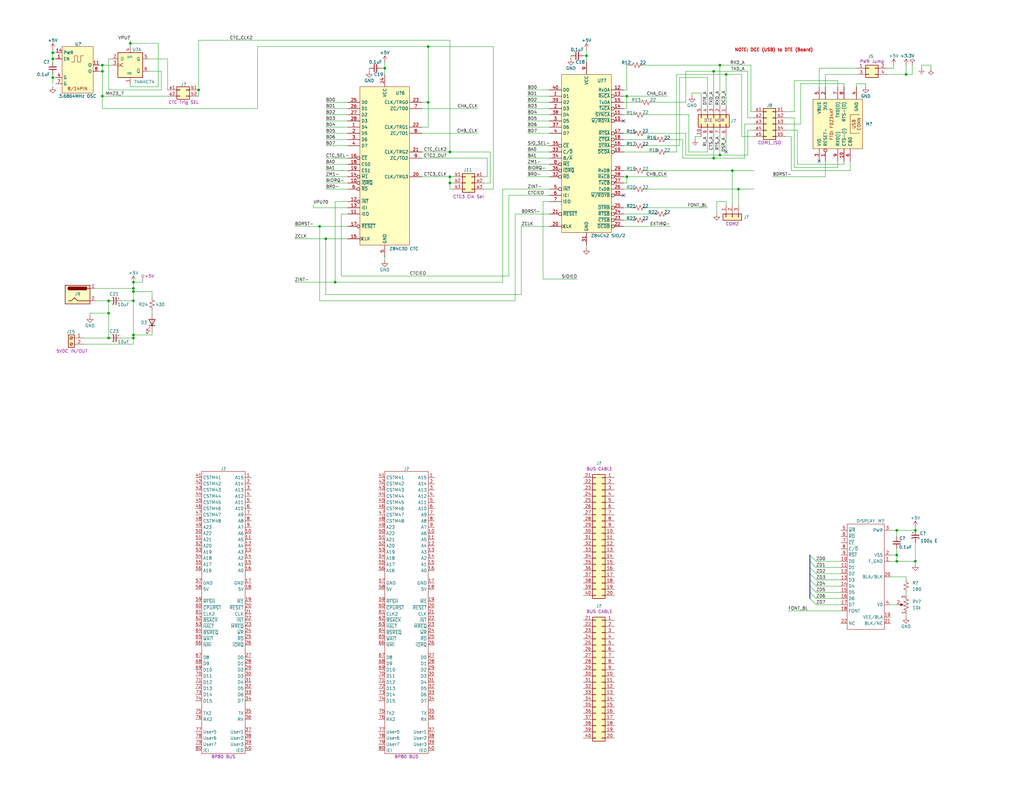
<source format=kicad_sch>
(kicad_sch (version 20250114) (generator "eeschema") (generator_version "9.0")
  (paper "User" 419.1 323.85)
  (title_block (title "CTC, SIO, KBD, SD, Disp, BP80 Bus") (date "2025-10-09") (rev "PR5") (company "SilkyDESIGN") (comment 1 "Copyright 2025 AESilky & SMcCown"))
  (lib_symbols
    (symbol "74xx:74HC74" (pin_names (offset 1.016))
      (property "Reference" "U" (at -7.62 8.89 0))
      (property "Value" "74HC74" (at -7.62 -8.89 0))
      (symbol "74HC74_1_0"
        (pin input line (at -7.62 2.54 0) (length 2.54) (name "D") (number "2"))
        (pin input clock (at -7.62 0 0) (length 2.54) (name "C") (number "3"))
        (pin input line (at 0 7.62 270) (length 2.54) (name "~{S}") (number "4"))
        (pin input line (at 0 -7.62 90) (length 2.54) (name "~{R}") (number "1"))
        (pin output line (at 7.62 2.54 180) (length 2.54) (name "Q") (number "5"))
        (pin output line (at 7.62 -2.54 180) (length 2.54) (name "~{Q}") (number "6"))
      )
      (symbol "74HC74_2_0"
        (pin input line (at -7.62 2.54 0) (length 2.54) (name "D") (number "12"))
        (pin input clock (at -7.62 0 0) (length 2.54) (name "C") (number "11"))
        (pin input line (at 0 7.62 270) (length 2.54) (name "~{S}") (number "10"))
        (pin input line (at 0 -7.62 90) (length 2.54) (name "~{R}") (number "13"))
        (pin output line (at 7.62 2.54 180) (length 2.54) (name "Q") (number "9"))
        (pin output line (at 7.62 -2.54 180) (length 2.54) (name "~{Q}") (number "8"))
      )
      (symbol "74HC74_3_0"
        (pin power_in line (at 0 10.16 270) (length 2.54) (name "VCC") (number "14"))
        (pin power_in line (at 0 -10.16 90) (length 2.54) (name "GND") (number "7"))
      )
    )
    (symbol "AES_Library:74HC14-AES" (pin_names (offset 1.016) (hide yes))
      (property "Reference" "U" (at 0 1.27 0))
      (property "Value" "74HC14-AES" (at 0 -1.27 0))
      (symbol "74HC14-AES_1_1"
        (pin input line (at -7.62 0 0) (length 3.81) (name "~") (number "1"))
        (pin output inverted (at 7.62 0 180) (length 3.81) (name "~") (number "2"))
      )
      (symbol "74HC14-AES_1_2"
        (pin input inverted (at -7.62 0 0) (length 3.81) (name "~") (number "1"))
        (pin output line (at 7.62 0 180) (length 3.81) (name "~") (number "2"))
      )
      (symbol "74HC14-AES_2_1"
        (pin input line (at -7.62 0 0) (length 3.81) (name "~") (number "3"))
        (pin output inverted (at 7.62 0 180) (length 3.81) (name "~") (number "4"))
      )
      (symbol "74HC14-AES_2_2"
        (pin input inverted (at -7.62 0 0) (length 3.81) (name "~") (number "3"))
        (pin output line (at 7.62 0 180) (length 3.81) (name "~") (number "4"))
      )
      (symbol "74HC14-AES_3_1"
        (pin input line (at -7.62 0 0) (length 3.81) (name "~") (number "5"))
        (pin output inverted (at 7.62 0 180) (length 3.81) (name "~") (number "6"))
      )
      (symbol "74HC14-AES_3_2"
        (pin input inverted (at -7.62 0 0) (length 3.81) (name "~") (number "5"))
        (pin output line (at 7.62 0 180) (length 3.81) (name "~") (number "6"))
      )
      (symbol "74HC14-AES_4_1"
        (pin input line (at -7.62 0 0) (length 3.81) (name "~") (number "9"))
        (pin output inverted (at 7.62 0 180) (length 3.81) (name "~") (number "8"))
      )
      (symbol "74HC14-AES_4_2"
        (pin input inverted (at -7.62 0 0) (length 3.81) (name "~") (number "9"))
        (pin output line (at 7.62 0 180) (length 3.81) (name "~") (number "8"))
      )
      (symbol "74HC14-AES_5_1"
        (pin input line (at -7.62 0 0) (length 3.81) (name "~") (number "11"))
        (pin output inverted (at 7.62 0 180) (length 3.81) (name "~") (number "10"))
      )
      (symbol "74HC14-AES_5_2"
        (pin input inverted (at -7.62 0 0) (length 3.81) (name "~") (number "11"))
        (pin output line (at 7.62 0 180) (length 3.81) (name "~") (number "10"))
      )
      (symbol "74HC14-AES_6_1"
        (pin input line (at -7.62 0 0) (length 3.81) (name "~") (number "13"))
        (pin output inverted (at 7.62 0 180) (length 3.81) (name "~") (number "12"))
      )
      (symbol "74HC14-AES_6_2"
        (pin input inverted (at -7.62 0 0) (length 3.81) (name "~") (number "13"))
        (pin output line (at 7.62 0 180) (length 3.81) (name "~") (number "12"))
      )
      (symbol "74HC14-AES_7_0"
        (pin power_in line (at 0 12.7 270) (length 5.08) (name "VCC") (number "14"))
        (pin power_in line (at 0 -12.7 90) (length 5.08) (name "GND") (number "7"))
      )
    )
    (symbol "AES_Library:AES-FTDI_FT234XF_USB_UART_Module" (pin_names (offset 1.016))
      (property "Reference" "U" (at 0 27.94 0))
      (symbol "AES-FTDI_FT234XF_USB_UART_Module_1_0"
        (text "FTDI FD234XF" (at 0 19.05 0) (effects (font (size 1.27 1.27))))
      )
      (symbol "AES-FTDI_FT234XF_USB_UART_Module_1_1"
        (text "USB\nCONN" (at 0 8.89 0) (effects (font (size 1.27 1.27))))
        (pin power_in line (at -15.24 24.13 0) (length 5.08) (name "VIO") (number "3"))
        (pin input inverted (at -15.24 21.59 0) (length 5.08) (name "RESET-") (number "1"))
        (pin input line (at -15.24 16.51 0) (length 5.08) (name "RXD(I)") (number "9"))
        (pin input line (at -15.24 13.97 0) (length 5.08) (name "CTS-(I)") (number "10"))
        (pin bidirectional line (at -15.24 11.43 0) (length 5.08) (name "CB0") (number "6"))
        (pin power_out line (at 15.24 24.13 180) (length 5.08) (name "VBUS") (number "5"))
        (pin power_out line (at 15.24 21.59 180) (length 5.08) (name "3V3") (number "2"))
        (pin output line (at 15.24 16.51 180) (length 5.08) (name "TXD(O)") (number "7"))
        (pin output line (at 15.24 13.97 180) (length 5.08) (name "RTS-(O)") (number "8"))
        (pin power_in line (at 15.24 8.89 180) (length 5.08) (name "GND") (number "4"))
      )
    )
    (symbol "AES_Library:BARREL_JACK-AES" (pin_names (hide yes))
      (property "Reference" "J" (at -0.508 0 0))
      (symbol "BARREL_JACK-AES_1_1"
        (pin power_out line (at 7.62 2.54 180) (length 2.54) (name "~") (number "1"))
        (pin power_out line (at 7.62 -2.54 180) (length 2.54) (name "~") (number "2"))
      )
    )
    (symbol "AES_Library:DTE_HDR-AES" (pin_names (offset 1.016) (hide yes))
      (property "Reference" "J" (at 1.27 7.62 0))
      (property "Value" "DTE_HDR-AES" (at 1.27 -7.62 0))
      (symbol "DTE_HDR-AES_1_1"
        (pin output line (at -5.08 5.08 0) (length 3.81) (name "DCD") (number "1"))
        (pin output line (at -5.08 2.54 0) (length 3.81) (name "RXD") (number "2"))
        (pin input line (at -5.08 0 0) (length 3.81) (name "TXD") (number "3"))
        (pin input line (at -5.08 -2.54 0) (length 3.81) (name "DTR") (number "4"))
        (pin power_in line (at -5.08 -5.08 0) (length 3.81) (name "GND") (number "5"))
        (pin output line (at 7.62 5.08 180) (length 3.81) (name "DSR") (number "6"))
        (pin input line (at 7.62 2.54 180) (length 3.81) (name "RTS") (number "7"))
        (pin output line (at 7.62 0 180) (length 3.81) (name "CTS") (number "8"))
        (pin output line (at 7.62 -2.54 180) (length 3.81) (name "RI") (number "9"))
        (pin power_in line (at 7.62 -5.08 180) (length 3.81) (name "CHGND") (number "10"))
      )
    )
    (symbol "AES_Library:Display_ERMC240128-2_OLED-AES"
      (property "Reference" "M" (at 0 22.606 0))
      (property "Value" "DISPLAY" (at 0.254 -23.114 0))
      (symbol "Display_ERMC240128-2_OLED-AES_1_1"
        (pin input line (at -10.16 19.05 0) (length 2.54) (name "~{WR}") (number "5"))
        (pin input line (at -10.16 16.51 0) (length 2.54) (name "~{RD}") (number "6"))
        (pin input line (at -10.16 13.97 0) (length 2.54) (name "~{CE}") (number "7"))
        (pin input line (at -10.16 11.43 0) (length 2.54) (name "C/~{D}") (number "8"))
        (pin input line (at -10.16 8.89 0) (length 2.54) (name "~{RST}") (number "9"))
        (pin input line (at -10.16 6.35 0) (length 2.54) (name "D0") (number "10"))
        (pin input line (at -10.16 3.81 0) (length 2.54) (name "D1") (number "11"))
        (pin input line (at -10.16 1.27 0) (length 2.54) (name "D2") (number "12"))
        (pin input line (at -10.16 -1.27 0) (length 2.54) (name "D3") (number "13"))
        (pin input line (at -10.16 -3.81 0) (length 2.54) (name "D4") (number "14"))
        (pin input line (at -10.16 -6.35 0) (length 2.54) (name "D5") (number "15"))
        (pin input line (at -10.16 -8.89 0) (length 2.54) (name "D6") (number "16"))
        (pin input line (at -10.16 -11.43 0) (length 2.54) (name "D7") (number "17"))
        (pin input line (at -10.16 -13.97 0) (length 2.54) (name "FONT") (number "18"))
        (pin free line (at -10.16 -19.05 0) (length 2.54) (name "NC") (number "22"))
        (pin power_in line (at 10.16 19.05 180) (length 2.54) (name "PWR") (number "3"))
        (pin power_in line (at 10.16 8.89 180) (length 2.54) (name "VSS") (number "2"))
        (pin power_in line (at 10.16 6.35 180) (length 2.54) (name "F_GND") (number "1"))
        (pin power_in line (at 10.16 0 180) (length 2.54) (name "BLA/BLK") (number "20"))
        (pin power_in line (at 10.16 -11.43 180) (length 2.54) (name "V0") (number "4"))
        (pin power_out line (at 10.16 -16.51 180) (length 2.54) (name "VEE/BLA") (number "19"))
        (pin power_in line (at 10.16 -19.05 180) (length 2.54) (name "BLK/NC") (number "21"))
      )
    )
    (symbol "AES_Library:OSC-8_14CAN-AES"
      (property "Reference" "U" (at 0 7.112 0))
      (symbol "OSC-8_14CAN-AES_1_1"
        (text "8/14PIN" (at 0 -8.382 0) (effects (font (size 1.27 1.27))))
        (pin power_in line (at -8.89 6.35 0) (length 2.54) (name "PWR") (number "14"))
        (pin input line (at -8.89 3.81 0) (length 2.54) (name "EN") (number "1"))
        (pin power_in line (at -8.89 -3.81 0) (length 2.54) (name "G") (number "4"))
        (pin power_in line (at -8.89 -6.35 0) (length 2.54) (name "G") (number "7"))
        (pin output line (at 8.89 1.27 180) (length 2.54) (name "O") (number "11"))
        (pin output line (at 8.89 -1.27 180) (length 2.54) (name "O") (number "8"))
      )
    )
    (symbol "AES_Library:RC2014_BUS_BP80-AES"
      (property "Reference" "J" (at 0 0 0))
      (symbol "RC2014_BUS_BP80-AES_1_0"
        (pin unspecified line (at -11.43 54.61 0) (length 2.54) (name "CSTM41") (number "41"))
        (pin unspecified line (at -11.43 52.07 0) (length 2.54) (name "CSTM42") (number "42"))
        (pin unspecified line (at -11.43 49.53 0) (length 2.54) (name "CSTM43") (number "43"))
        (pin unspecified line (at -11.43 46.99 0) (length 2.54) (name "CSTM44") (number "44"))
        (pin unspecified line (at -11.43 44.45 0) (length 2.54) (name "CSTM45") (number "45"))
        (pin unspecified line (at -11.43 41.91 0) (length 2.54) (name "CSTM46") (number "46"))
        (pin unspecified line (at -11.43 39.37 0) (length 2.54) (name "CSTM47") (number "47"))
        (pin unspecified line (at -11.43 36.83 0) (length 2.54) (name "CSTM48") (number "48"))
      )
      (symbol "RC2014_BUS_BP80-AES_1_1"
        (pin tri_state line (at -11.43 34.29 0) (length 2.54) (name "A23") (number "49"))
        (pin tri_state line (at -11.43 31.75 0) (length 2.54) (name "A22") (number "50"))
        (pin tri_state line (at -11.43 29.21 0) (length 2.54) (name "A21") (number "51"))
        (pin tri_state line (at -11.43 26.67 0) (length 2.54) (name "A20") (number "52"))
        (pin tri_state line (at -11.43 24.13 0) (length 2.54) (name "A19") (number "53"))
        (pin tri_state line (at -11.43 21.59 0) (length 2.54) (name "A18") (number "54"))
        (pin tri_state line (at -11.43 19.05 0) (length 2.54) (name "A17") (number "55"))
        (pin tri_state line (at -11.43 16.51 0) (length 2.54) (name "A16") (number "56"))
        (pin power_in line (at -11.43 11.43 0) (length 2.54) (name "GND") (number "57"))
        (pin power_in line (at -11.43 8.89 0) (length 2.54) (name "5V") (number "58"))
        (pin bidirectional line (at -11.43 3.81 0) (length 2.54) (name "~{RFSH}") (number "59"))
        (pin open_collector line (at -11.43 1.27 0) (length 2.54) (name "~{CPURST}") (number "60"))
        (pin bidirectional line (at -11.43 -1.27 0) (length 2.54) (name "CLK2") (number "61"))
        (pin bidirectional line (at -11.43 -3.81 0) (length 2.54) (name "~{BSACK}") (number "62"))
        (pin bidirectional line (at -11.43 -6.35 0) (length 2.54) (name "~{HALT}") (number "63"))
        (pin bidirectional line (at -11.43 -8.89 0) (length 2.54) (name "~{BSREQ}") (number "64"))
        (pin open_collector line (at -11.43 -11.43 0) (length 2.54) (name "~{WAIT}") (number "65"))
        (pin open_collector line (at -11.43 -13.97 0) (length 2.54) (name "~{NMI}") (number "66"))
        (pin tri_state line (at -11.43 -19.05 0) (length 2.54) (name "D8") (number "67"))
        (pin tri_state line (at -11.43 -21.59 0) (length 2.54) (name "D9") (number "68"))
        (pin tri_state line (at -11.43 -24.13 0) (length 2.54) (name "D10") (number "69"))
        (pin tri_state line (at -11.43 -26.67 0) (length 2.54) (name "D11") (number "70"))
        (pin tri_state line (at -11.43 -29.21 0) (length 2.54) (name "D12") (number "71"))
        (pin tri_state line (at -11.43 -31.75 0) (length 2.54) (name "D13") (number "72"))
        (pin tri_state line (at -11.43 -34.29 0) (length 2.54) (name "D14") (number "73"))
        (pin tri_state line (at -11.43 -36.83 0) (length 2.54) (name "D15") (number "74"))
        (pin bidirectional line (at -11.43 -41.91 0) (length 2.54) (name "TX2") (number "75"))
        (pin bidirectional line (at -11.43 -44.45 0) (length 2.54) (name "RX2") (number "76"))
        (pin free line (at -11.43 -49.53 0) (length 2.54) (name "User5") (number "77"))
        (pin free line (at -11.43 -52.07 0) (length 2.54) (name "User6") (number "78"))
        (pin free line (at -11.43 -54.61 0) (length 2.54) (name "User7") (number "79"))
        (pin input line (at -11.43 -57.15 0) (length 2.54) (name "IEI") (number "80"))
        (pin tri_state line (at 11.43 54.61 180) (length 2.54) (name "A15") (number "1"))
        (pin tri_state line (at 11.43 52.07 180) (length 2.54) (name "A14") (number "2"))
        (pin tri_state line (at 11.43 49.53 180) (length 2.54) (name "A13") (number "3"))
        (pin tri_state line (at 11.43 46.99 180) (length 2.54) (name "A12") (number "4"))
        (pin tri_state line (at 11.43 44.45 180) (length 2.54) (name "A11") (number "5"))
        (pin tri_state line (at 11.43 41.91 180) (length 2.54) (name "A10") (number "6"))
        (pin tri_state line (at 11.43 39.37 180) (length 2.54) (name "A9") (number "7"))
        (pin tri_state line (at 11.43 36.83 180) (length 2.54) (name "A8") (number "8"))
        (pin tri_state line (at 11.43 34.29 180) (length 2.54) (name "A7") (number "9"))
        (pin tri_state line (at 11.43 31.75 180) (length 2.54) (name "A6") (number "10"))
        (pin tri_state line (at 11.43 29.21 180) (length 2.54) (name "A5") (number "11"))
        (pin tri_state line (at 11.43 26.67 180) (length 2.54) (name "A4") (number "12"))
        (pin tri_state line (at 11.43 24.13 180) (length 2.54) (name "A3") (number "13"))
        (pin tri_state line (at 11.43 21.59 180) (length 2.54) (name "A2") (number "14"))
        (pin tri_state line (at 11.43 19.05 180) (length 2.54) (name "A1") (number "15"))
        (pin tri_state line (at 11.43 16.51 180) (length 2.54) (name "A0") (number "16"))
        (pin power_in line (at 11.43 11.43 180) (length 2.54) (name "GND") (number "17"))
        (pin power_in line (at 11.43 8.89 180) (length 2.54) (name "5V") (number "18"))
        (pin bidirectional line (at 11.43 3.81 180) (length 2.54) (name "~{M1}") (number "19"))
        (pin open_collector line (at 11.43 1.27 180) (length 2.54) (name "~{RESET}") (number "20"))
        (pin bidirectional line (at 11.43 -1.27 180) (length 2.54) (name "CLK") (number "21"))
        (pin open_collector line (at 11.43 -3.81 180) (length 2.54) (name "~{INT}") (number "22"))
        (pin tri_state line (at 11.43 -6.35 180) (length 2.54) (name "~{MREQ}") (number "23"))
        (pin tri_state line (at 11.43 -8.89 180) (length 2.54) (name "~{WR}") (number "24"))
        (pin tri_state line (at 11.43 -11.43 180) (length 2.54) (name "~{RD}") (number "25"))
        (pin tri_state line (at 11.43 -13.97 180) (length 2.54) (name "~{IORQ}") (number "26"))
        (pin tri_state line (at 11.43 -19.05 180) (length 2.54) (name "D0") (number "27"))
        (pin tri_state line (at 11.43 -21.59 180) (length 2.54) (name "D1") (number "28"))
        (pin tri_state line (at 11.43 -24.13 180) (length 2.54) (name "D2") (number "29"))
        (pin tri_state line (at 11.43 -26.67 180) (length 2.54) (name "D3") (number "30"))
        (pin tri_state line (at 11.43 -29.21 180) (length 2.54) (name "D4") (number "31"))
        (pin tri_state line (at 11.43 -31.75 180) (length 2.54) (name "D5") (number "32"))
        (pin tri_state line (at 11.43 -34.29 180) (length 2.54) (name "D6") (number "33"))
        (pin tri_state line (at 11.43 -36.83 180) (length 2.54) (name "D7") (number "34"))
        (pin bidirectional line (at 11.43 -41.91 180) (length 2.54) (name "TX") (number "35"))
        (pin bidirectional line (at 11.43 -44.45 180) (length 2.54) (name "RX") (number "36"))
        (pin free line (at 11.43 -49.53 180) (length 2.54) (name "User1") (number "37"))
        (pin free line (at 11.43 -52.07 180) (length 2.54) (name "User2") (number "38"))
        (pin free line (at 11.43 -54.61 180) (length 2.54) (name "User3") (number "39"))
        (pin output line (at 11.43 -57.15 180) (length 2.54) (name "IEO") (number "40"))
      )
    )
    (symbol "AES_Library:R_PWRSRC_sm-AES" (pin_numbers (hide yes)) (pin_names (offset 0.254) (hide yes))
      (property "Reference" "R" (at 0.762 0.508 0))
      (property "Value" "R_PWRSRC_sm-AES" (at 0.762 -1.016 0))
      (symbol "R_PWRSRC_sm-AES_1_1"
        (pin power_in line (at 0 2.54 270) (length 1.016) (name "~") (number "1"))
        (pin power_out line (at 0 -2.54 90) (length 1.016) (name "~") (number "2"))
      )
    )
    (symbol "AES_Library:Z84C30CTC-AES"
      (property "Reference" "U" (at 0 0 0))
      (symbol "Z84C30CTC-AES_1_1"
        (pin bidirectional line (at -15.24 22.86 0) (length 5.08) (name "D0") (number "25"))
        (pin bidirectional line (at -15.24 20.32 0) (length 5.08) (name "D1") (number "26"))
        (pin bidirectional line (at -15.24 17.78 0) (length 5.08) (name "D2") (number "27"))
        (pin bidirectional line (at -15.24 15.24 0) (length 5.08) (name "D3") (number "28"))
        (pin bidirectional line (at -15.24 12.7 0) (length 5.08) (name "D4") (number "1"))
        (pin bidirectional line (at -15.24 10.16 0) (length 5.08) (name "D5") (number "2"))
        (pin bidirectional line (at -15.24 7.62 0) (length 5.08) (name "D6") (number "3"))
        (pin bidirectional line (at -15.24 5.08 0) (length 5.08) (name "D7") (number "4"))
        (pin input inverted (at -15.24 0 0) (length 5.08) (name "~{CE}") (number "16"))
        (pin input line (at -15.24 -2.54 0) (length 5.08) (name "CS0") (number "18"))
        (pin input line (at -15.24 -5.08 0) (length 5.08) (name "CS1") (number "19"))
        (pin input inverted (at -15.24 -7.62 0) (length 5.08) (name "~{M1}") (number "14"))
        (pin input inverted (at -15.24 -10.16 0) (length 5.08) (name "~{IORQ}") (number "10"))
        (pin input inverted (at -15.24 -12.7 0) (length 5.08) (name "~{RD}") (number "6"))
        (pin open_collector inverted (at -15.24 -17.78 0) (length 5.08) (name "~{INT}") (number "12"))
        (pin input line (at -15.24 -20.32 0) (length 5.08) (name "IEI") (number "13"))
        (pin output line (at -15.24 -22.86 0) (length 5.08) (name "IEO") (number "11"))
        (pin input inverted (at -15.24 -27.94 0) (length 5.08) (name "~{RESET}") (number "17"))
        (pin input clock (at -15.24 -33.02 0) (length 5.08) (name "CLK") (number "15"))
        (pin power_in line (at 0 34.29 270) (length 5.08) (name "VCC") (number "24"))
        (pin power_in line (at 0 -40.64 90) (length 5.08) (name "GND") (number "5"))
        (pin input line (at 15.24 22.86 180) (length 5.08) (name "CLK/TRG0") (number "23"))
        (pin output line (at 15.24 20.32 180) (length 5.08) (name "ZC/TO0") (number "7"))
        (pin input line (at 15.24 12.7 180) (length 5.08) (name "CLK/TRG1") (number "22"))
        (pin output line (at 15.24 10.16 180) (length 5.08) (name "ZC/TO1") (number "8"))
        (pin input line (at 15.24 2.54 180) (length 5.08) (name "CLK/TRG2") (number "21"))
        (pin output line (at 15.24 0 180) (length 5.08) (name "ZC/TO2") (number "9"))
        (pin input line (at 15.24 -7.62 180) (length 5.08) (name "CLK/TRG3") (number "20"))
      )
    )
    (symbol "AES_Library:Z84C42SIO2-AES"
      (property "Reference" "U" (at 0 0 0))
      (symbol "Z84C42SIO2-AES_1_1"
        (pin bidirectional line (at -15.24 27.94 0) (length 5.08) (name "D0") (number "40"))
        (pin bidirectional line (at -15.24 25.4 0) (length 5.08) (name "D1") (number "1"))
        (pin bidirectional line (at -15.24 22.86 0) (length 5.08) (name "D2") (number "39"))
        (pin bidirectional line (at -15.24 20.32 0) (length 5.08) (name "D3") (number "2"))
        (pin bidirectional line (at -15.24 17.78 0) (length 5.08) (name "D4") (number "38"))
        (pin bidirectional line (at -15.24 15.24 0) (length 5.08) (name "D5") (number "3"))
        (pin bidirectional line (at -15.24 12.7 0) (length 5.08) (name "D6") (number "37"))
        (pin bidirectional line (at -15.24 10.16 0) (length 5.08) (name "D7") (number "4"))
        (pin input inverted (at -15.24 5.08 0) (length 5.08) (name "~{CE}") (number "35"))
        (pin input line (at -15.24 2.54 0) (length 5.08) (name "C/~{D}") (number "33"))
        (pin input line (at -15.24 0 0) (length 5.08) (name "B/~{A}") (number "34"))
        (pin input inverted (at -15.24 -2.54 0) (length 5.08) (name "~{M1}") (number "8"))
        (pin input inverted (at -15.24 -5.08 0) (length 5.08) (name "~{IORQ}") (number "36"))
        (pin input inverted (at -15.24 -7.62 0) (length 5.08) (name "~{RD}") (number "32"))
        (pin open_collector inverted (at -15.24 -12.7 0) (length 5.08) (name "~{INT}") (number "5"))
        (pin input line (at -15.24 -15.24 0) (length 5.08) (name "IEI") (number "6"))
        (pin output line (at -15.24 -17.78 0) (length 5.08) (name "IEO") (number "7"))
        (pin input inverted (at -15.24 -22.86 0) (length 5.08) (name "~{RESET}") (number "21"))
        (pin input clock (at -15.24 -27.94 0) (length 5.08) (name "CLK") (number "20"))
        (pin power_in line (at 0 39.37 270) (length 5.08) (name "VCC") (number "9"))
        (pin power_in line (at 0 -35.56 90) (length 5.08) (name "GND") (number "31"))
        (pin input line (at 15.24 27.94 180) (length 5.08) (name "RxDA") (number "12"))
        (pin input inverted (at 15.24 25.4 180) (length 5.08) (name "~{RxCA}") (number "13"))
        (pin output line (at 15.24 22.86 180) (length 5.08) (name "TxDA") (number "15"))
        (pin input inverted (at 15.24 20.32 180) (length 5.08) (name "~{TxCA}") (number "14"))
        (pin output inverted (at 15.24 17.78 180) (length 5.08) (name "~{SYNCA}") (number "11"))
        (pin output inverted (at 15.24 15.24 180) (length 5.08) (name "~{W/RDYA}") (number "10"))
        (pin output inverted (at 15.24 10.16 180) (length 5.08) (name "~{RTSA}") (number "17"))
        (pin input inverted (at 15.24 7.62 180) (length 5.08) (name "~{CTSA}") (number "18"))
        (pin output inverted (at 15.24 5.08 180) (length 5.08) (name "~{DTRA}") (number "16"))
        (pin input inverted (at 15.24 2.54 180) (length 5.08) (name "~{DCDA}") (number "19"))
        (pin input line (at 15.24 -5.08 180) (length 5.08) (name "RxDB") (number "29"))
        (pin input inverted (at 15.24 -7.62 180) (length 5.08) (name "~{RxCB}") (number "28"))
        (pin input inverted (at 15.24 -10.16 180) (length 5.08) (name "~{TxCB}") (number "27"))
        (pin output line (at 15.24 -12.7 180) (length 5.08) (name "TxDB") (number "26"))
        (pin output inverted (at 15.24 -15.24 180) (length 5.08) (name "~{W/RDYB}") (number "30"))
        (pin output inverted (at 15.24 -20.32 180) (length 5.08) (name "~{DTRB}") (number "25"))
        (pin output inverted (at 15.24 -22.86 180) (length 5.08) (name "~{RTSB}") (number "24"))
        (pin input inverted (at 15.24 -25.4 180) (length 5.08) (name "~{CTSB}") (number "23"))
        (pin input inverted (at 15.24 -27.94 180) (length 5.08) (name "~{DCDB}") (number "22"))
      )
    )
    (symbol "Connector:Screw_Terminal_01x02" (pin_names (offset 1.016) (hide yes))
      (property "Reference" "J" (at 0 2.54 0))
      (property "Value" "Screw_Terminal_01x02" (at 0 -5.08 0))
      (symbol "Screw_Terminal_01x02_1_1"
        (pin passive line (at -5.08 0 0) (length 3.81) (name "Pin_1") (number "1"))
        (pin passive line (at -5.08 -2.54 0) (length 3.81) (name "Pin_2") (number "2"))
      )
    )
    (symbol "Connector_Generic:Conn_01x03" (pin_names (offset 1.016) (hide yes))
      (property "Reference" "J" (at 0 5.08 0))
      (property "Value" "Conn_01x03" (at 0 -5.08 0))
      (symbol "Conn_01x03_1_1"
        (pin passive line (at -5.08 2.54 0) (length 3.81) (name "Pin_1") (number "1"))
        (pin passive line (at -5.08 0 0) (length 3.81) (name "Pin_2") (number "2"))
        (pin passive line (at -5.08 -2.54 0) (length 3.81) (name "Pin_3") (number "3"))
      )
    )
    (symbol "Connector_Generic:Conn_02x02_Odd_Even" (pin_names (offset 1.016) (hide yes))
      (property "Reference" "J" (at 1.27 2.54 0))
      (property "Value" "Conn_02x02_Odd_Even" (at 1.27 -5.08 0))
      (symbol "Conn_02x02_Odd_Even_1_1"
        (pin passive line (at -5.08 0 0) (length 3.81) (name "Pin_1") (number "1"))
        (pin passive line (at -5.08 -2.54 0) (length 3.81) (name "Pin_3") (number "3"))
        (pin passive line (at 7.62 0 180) (length 3.81) (name "Pin_2") (number "2"))
        (pin passive line (at 7.62 -2.54 180) (length 3.81) (name "Pin_4") (number "4"))
      )
    )
    (symbol "Connector_Generic:Conn_02x02_Row_Letter_First" (pin_names (offset 1.016) (hide yes))
      (property "Reference" "J" (at 1.27 2.54 0))
      (property "Value" "Conn_02x02_Row_Letter_First" (at 1.27 -5.08 0))
      (symbol "Conn_02x02_Row_Letter_First_1_1"
        (pin passive line (at -5.08 0 0) (length 3.81) (name "Pin_a1") (number "a1"))
        (pin passive line (at -5.08 -2.54 0) (length 3.81) (name "Pin_a2") (number "a2"))
        (pin passive line (at 7.62 0 180) (length 3.81) (name "Pin_b1") (number "b1"))
        (pin passive line (at 7.62 -2.54 180) (length 3.81) (name "Pin_b2") (number "b2"))
      )
    )
    (symbol "Connector_Generic:Conn_02x03_Row_Letter_First" (pin_names (offset 1.016) (hide yes))
      (property "Reference" "J" (at 1.27 5.08 0))
      (property "Value" "Conn_02x03_Row_Letter_First" (at 1.27 -5.08 0))
      (symbol "Conn_02x03_Row_Letter_First_1_1"
        (pin passive line (at -5.08 2.54 0) (length 3.81) (name "Pin_a1") (number "a1"))
        (pin passive line (at -5.08 0 0) (length 3.81) (name "Pin_a2") (number "a2"))
        (pin passive line (at -5.08 -2.54 0) (length 3.81) (name "Pin_a3") (number "a3"))
        (pin passive line (at 7.62 2.54 180) (length 3.81) (name "Pin_b1") (number "b1"))
        (pin passive line (at 7.62 0 180) (length 3.81) (name "Pin_b2") (number "b2"))
        (pin passive line (at 7.62 -2.54 180) (length 3.81) (name "Pin_b3") (number "b3"))
      )
    )
    (symbol "Connector_Generic:Conn_02x05_Row_Letter_First" (pin_names (offset 1.016) (hide yes))
      (property "Reference" "J" (at 1.27 7.62 0))
      (property "Value" "Conn_02x05_Row_Letter_First" (at 1.27 -7.62 0))
      (symbol "Conn_02x05_Row_Letter_First_1_1"
        (pin passive line (at -5.08 5.08 0) (length 3.81) (name "Pin_a1") (number "a1"))
        (pin passive line (at -5.08 2.54 0) (length 3.81) (name "Pin_a2") (number "a2"))
        (pin passive line (at -5.08 0 0) (length 3.81) (name "Pin_a3") (number "a3"))
        (pin passive line (at -5.08 -2.54 0) (length 3.81) (name "Pin_a4") (number "a4"))
        (pin passive line (at -5.08 -5.08 0) (length 3.81) (name "Pin_a5") (number "a5"))
        (pin passive line (at 7.62 5.08 180) (length 3.81) (name "Pin_b1") (number "b1"))
        (pin passive line (at 7.62 2.54 180) (length 3.81) (name "Pin_b2") (number "b2"))
        (pin passive line (at 7.62 0 180) (length 3.81) (name "Pin_b3") (number "b3"))
        (pin passive line (at 7.62 -2.54 180) (length 3.81) (name "Pin_b4") (number "b4"))
        (pin passive line (at 7.62 -5.08 180) (length 3.81) (name "Pin_b5") (number "b5"))
      )
    )
    (symbol "Connector_Generic:Conn_02x20_Top_Bottom" (pin_names (offset 1.016) (hide yes))
      (property "Reference" "J" (at 1.27 25.4 0))
      (property "Value" "Conn_02x20_Top_Bottom" (at 1.27 -27.94 0))
      (symbol "Conn_02x20_Top_Bottom_1_1"
        (pin passive line (at -5.08 22.86 0) (length 3.81) (name "Pin_1") (number "1"))
        (pin passive line (at -5.08 20.32 0) (length 3.81) (name "Pin_2") (number "2"))
        (pin passive line (at -5.08 17.78 0) (length 3.81) (name "Pin_3") (number "3"))
        (pin passive line (at -5.08 15.24 0) (length 3.81) (name "Pin_4") (number "4"))
        (pin passive line (at -5.08 12.7 0) (length 3.81) (name "Pin_5") (number "5"))
        (pin passive line (at -5.08 10.16 0) (length 3.81) (name "Pin_6") (number "6"))
        (pin passive line (at -5.08 7.62 0) (length 3.81) (name "Pin_7") (number "7"))
        (pin passive line (at -5.08 5.08 0) (length 3.81) (name "Pin_8") (number "8"))
        (pin passive line (at -5.08 2.54 0) (length 3.81) (name "Pin_9") (number "9"))
        (pin passive line (at -5.08 0 0) (length 3.81) (name "Pin_10") (number "10"))
        (pin passive line (at -5.08 -2.54 0) (length 3.81) (name "Pin_11") (number "11"))
        (pin passive line (at -5.08 -5.08 0) (length 3.81) (name "Pin_12") (number "12"))
        (pin passive line (at -5.08 -7.62 0) (length 3.81) (name "Pin_13") (number "13"))
        (pin passive line (at -5.08 -10.16 0) (length 3.81) (name "Pin_14") (number "14"))
        (pin passive line (at -5.08 -12.7 0) (length 3.81) (name "Pin_15") (number "15"))
        (pin passive line (at -5.08 -15.24 0) (length 3.81) (name "Pin_16") (number "16"))
        (pin passive line (at -5.08 -17.78 0) (length 3.81) (name "Pin_17") (number "17"))
        (pin passive line (at -5.08 -20.32 0) (length 3.81) (name "Pin_18") (number "18"))
        (pin passive line (at -5.08 -22.86 0) (length 3.81) (name "Pin_19") (number "19"))
        (pin passive line (at -5.08 -25.4 0) (length 3.81) (name "Pin_20") (number "20"))
        (pin passive line (at 7.62 22.86 180) (length 3.81) (name "Pin_21") (number "21"))
        (pin passive line (at 7.62 20.32 180) (length 3.81) (name "Pin_22") (number "22"))
        (pin passive line (at 7.62 17.78 180) (length 3.81) (name "Pin_23") (number "23"))
        (pin passive line (at 7.62 15.24 180) (length 3.81) (name "Pin_24") (number "24"))
        (pin passive line (at 7.62 12.7 180) (length 3.81) (name "Pin_25") (number "25"))
        (pin passive line (at 7.62 10.16 180) (length 3.81) (name "Pin_26") (number "26"))
        (pin passive line (at 7.62 7.62 180) (length 3.81) (name "Pin_27") (number "27"))
        (pin passive line (at 7.62 5.08 180) (length 3.81) (name "Pin_28") (number "28"))
        (pin passive line (at 7.62 2.54 180) (length 3.81) (name "Pin_29") (number "29"))
        (pin passive line (at 7.62 0 180) (length 3.81) (name "Pin_30") (number "30"))
        (pin passive line (at 7.62 -2.54 180) (length 3.81) (name "Pin_31") (number "31"))
        (pin passive line (at 7.62 -5.08 180) (length 3.81) (name "Pin_32") (number "32"))
        (pin passive line (at 7.62 -7.62 180) (length 3.81) (name "Pin_33") (number "33"))
        (pin passive line (at 7.62 -10.16 180) (length 3.81) (name "Pin_34") (number "34"))
        (pin passive line (at 7.62 -12.7 180) (length 3.81) (name "Pin_35") (number "35"))
        (pin passive line (at 7.62 -15.24 180) (length 3.81) (name "Pin_36") (number "36"))
        (pin passive line (at 7.62 -17.78 180) (length 3.81) (name "Pin_37") (number "37"))
        (pin passive line (at 7.62 -20.32 180) (length 3.81) (name "Pin_38") (number "38"))
        (pin passive line (at 7.62 -22.86 180) (length 3.81) (name "Pin_39") (number "39"))
        (pin passive line (at 7.62 -25.4 180) (length 3.81) (name "Pin_40") (number "40"))
      )
    )
    (symbol "Device:C_Polarized_Small_US" (pin_numbers (hide yes)) (pin_names (offset 0.254) (hide yes))
      (property "Reference" "C" (at 0.254 1.778 0))
      (property "Value" "C_Polarized_Small_US" (at 0.254 -2.032 0))
      (symbol "C_Polarized_Small_US_1_1"
        (pin passive line (at 0 2.54 270) (length 2.032) (name "~") (number "1"))
        (pin passive line (at 0 -2.54 90) (length 2.032) (name "~") (number "2"))
      )
    )
    (symbol "Device:C_Small" (pin_numbers (hide yes)) (pin_names (offset 0.254) (hide yes))
      (property "Reference" "C" (at 0.254 1.778 0))
      (property "Value" "C_Small" (at 0.254 -2.032 0))
      (symbol "C_Small_1_1"
        (pin passive line (at 0 2.54 270) (length 2.032) (name "~") (number "1"))
        (pin passive line (at 0 -2.54 90) (length 2.032) (name "~") (number "2"))
      )
    )
    (symbol "Device:LED" (pin_numbers (hide yes)) (pin_names (offset 1.016) (hide yes))
      (property "Reference" "D" (at 0 2.54 0))
      (property "Value" "LED" (at 0 -2.54 0))
      (symbol "LED_1_1"
        (pin passive line (at -3.81 0 0) (length 2.54) (name "K") (number "1"))
        (pin passive line (at 3.81 0 180) (length 2.54) (name "A") (number "2"))
      )
    )
    (symbol "Device:R_Potentiometer_US" (pin_names (offset 1.016) (hide yes))
      (property "Reference" "RV" (at -4.445 0 90))
      (property "Value" "R_Potentiometer_US" (at -2.54 0 90))
      (symbol "R_Potentiometer_US_1_1"
        (pin passive line (at 0 3.81 270) (length 1.27) (name "1") (number "1"))
        (pin passive line (at 0 -3.81 90) (length 1.27) (name "3") (number "3"))
        (pin passive line (at 3.81 0 180) (length 1.27) (name "2") (number "2"))
      )
    )
    (symbol "Device:R_Small_US" (pin_numbers (hide yes)) (pin_names (offset 0.254) (hide yes))
      (property "Reference" "R" (at 0.762 0.508 0))
      (property "Value" "R_Small_US" (at 0.762 -1.016 0))
      (symbol "R_Small_US_1_1"
        (pin passive line (at 0 2.54 270) (length 1.016) (name "~") (number "1"))
        (pin passive line (at 0 -2.54 90) (length 1.016) (name "~") (number "2"))
      )
    )
    (symbol "Display_Character:WC1602A"
      (property "Reference" "DS" (at -5.842 19.05 0))
      (property "Value" "WC1602A" (at 5.334 19.05 0))
      (symbol "WC1602A_1_1"
        (pin input line (at -10.16 15.24 0) (length 2.54) (name "E") (number "6"))
        (pin input line (at -10.16 12.7 0) (length 2.54) (name "R/W") (number "5"))
        (pin input line (at -10.16 10.16 0) (length 2.54) (name "RS") (number "4"))
        (pin input line (at -10.16 2.54 0) (length 2.54) (name "D0") (number "7"))
        (pin input line (at -10.16 0 0) (length 2.54) (name "D1") (number "8"))
        (pin input line (at -10.16 -2.54 0) (length 2.54) (name "D2") (number "9"))
        (pin input line (at -10.16 -5.08 0) (length 2.54) (name "D3") (number "10"))
        (pin input line (at -10.16 -7.62 0) (length 2.54) (name "D4") (number "11"))
        (pin input line (at -10.16 -10.16 0) (length 2.54) (name "D5") (number "12"))
        (pin input line (at -10.16 -12.7 0) (length 2.54) (name "D6") (number "13"))
        (pin input line (at -10.16 -15.24 0) (length 2.54) (name "D7") (number "14"))
        (pin power_in line (at 0 20.32 270) (length 2.54) (name "VDD") (number "2"))
        (pin power_in line (at 0 -20.32 90) (length 2.54) (name "VSS") (number "1"))
        (pin input line (at 10.16 15.24 180) (length 2.54) (name "VO") (number "3"))
        (pin power_in line (at 10.16 7.62 180) (length 2.54) (name "LED(+)") (number "15"))
        (pin power_in line (at 10.16 5.08 180) (length 2.54) (name "LED(-)") (number "16"))
      )
    )
    (symbol "Transistor_BJT:MMBT3904" (pin_names (offset 0) (hide yes))
      (property "Reference" "Q" (at 5.08 1.905 0))
      (property "Value" "MMBT3904" (at 5.08 0 0))
      (symbol "MMBT3904_1_1"
        (pin input line (at -5.08 0 0) (length 2.54) (name "B") (number "1"))
        (pin passive line (at 2.54 5.08 270) (length 2.54) (name "C") (number "3"))
        (pin passive line (at 2.54 -5.08 90) (length 2.54) (name "E") (number "2"))
      )
    )
    (symbol "power:+3.3V" (power) (pin_numbers (hide yes)) (pin_names (offset 0) (hide yes))
      (property "Value" "+3.3V" (at 0 3.556 0))
      (symbol "+3.3V_1_1"
        (pin power_in line (at 0 0 90) (length 0) (name "~") (number "1"))
      )
    )
    (symbol "power:+5V" (power) (pin_numbers (hide yes)) (pin_names (offset 0) (hide yes))
      (property "Value" "+5V" (at 0 3.556 0))
      (symbol "+5V_1_1"
        (pin power_in line (at 0 0 90) (length 0) (name "~") (number "1"))
      )
    )
    (symbol "power:Earth" (power) (pin_numbers (hide yes)) (pin_names (offset 0) (hide yes))
      (property "Value" "Earth" (at 0 -3.81 0))
      (symbol "Earth_1_1"
        (pin power_in line (at 0 0 270) (length 0) (name "~") (number "1"))
      )
    )
    (symbol "power:GND" (power) (pin_numbers (hide yes)) (pin_names (offset 0) (hide yes))
      (property "Value" "GND" (at 0 -3.81 0))
      (symbol "GND_1_1"
        (pin power_in line (at 0 0 270) (length 0) (name "~") (number "1"))
      )
    )
    (symbol "power:PWR_FLAG" (power) (pin_numbers (hide yes)) (pin_names (offset 0) (hide yes))
      (property "Value" "PWR_FLAG" (at 0 3.81 0))
      (symbol "PWR_FLAG_0_0"
        (pin power_out line (at 0 0 90) (length 0) (name "~") (number "1"))
      )
    )
  )
  (text "NOTE: DCE (USB) to DTE (Board)" (at 316.738 20.574 0) (effects (font (size 1.27 1.27) (thickness 0.254) (bold yes))))
  (text_box "LCD Display Module" (exclude_from_sim yes) (at 434.34 171.45 0) (size 83.82 67.31) (margins 0.9525 0.9525 0.9525 0.9525) (stroke (width 0) (type dash) (color 0 0 194 1)) (effects (font (size 1.27 1.27)) (justify top)))
  (junction (at 41.91 29.21))
  (junction (at -20.32 285.75))
  (junction (at 302.26 77.47))
  (junction (at 54.61 119.38))
  (junction (at 367.03 227.33))
  (junction (at 184.15 74.93))
  (junction (at 294.64 26.67))
  (junction (at 294.64 63.5))
  (junction (at 54.61 123.19))
  (junction (at 374.65 217.17))
  (junction (at 184.15 62.23))
  (junction (at 256.54 39.37))
  (junction (at 41.91 26.67))
  (junction (at 292.1 29.21))
  (junction (at 54.61 115.57))
  (junction (at 367.03 217.17))
  (junction (at 44.45 123.19))
  (junction (at 137.16 115.57))
  (junction (at 367.03 229.87))
  (junction (at -20.32 288.29))
  (junction (at 81.28 36.83))
  (junction (at 41.91 39.37))
  (junction (at 53.34 17.78))
  (junction (at 130.81 92.71))
  (junction (at 256.54 72.39))
  (junction (at 54.61 137.16))
  (junction (at 54.61 138.43))
  (junction (at 374.65 229.87))
  (junction (at 175.26 19.05))
  (junction (at 44.45 128.27))
  (junction (at 44.45 138.43))
  (junction (at 21.59 31.75))
  (junction (at 21.59 24.13))
  (junction (at -20.32 290.83))
  (junction (at 157.48 27.94))
  (junction (at 240.03 22.86))
  (junction (at 297.18 30.48))
  (junction (at 299.72 69.85))
  (junction (at 21.59 21.59))
  (junction (at 54.61 118.11))
  (junction (at 175.26 41.91))
  (junction (at 370.84 30.48))
  (junction (at 292.1 64.77))
  (junction (at 483.87 185.42))
  (junction (at 133.35 97.79))
  (junction (at 184.15 72.39))
  (no_connect (at 255.27 49.53))
  (no_connect (at 335.28 66.04))
  (no_connect (at 297.18 62.23))
  (no_connect (at 255.27 80.01))
  (bus_entry (at 331.47 240.03) (size 2.54 2.54))
  (bus_entry (at 461.01 218.44) (size 2.54 2.54))
  (bus_entry (at 331.47 234.95) (size 2.54 2.54))
  (bus_entry (at 331.47 229.87) (size 2.54 2.54))
  (bus_entry (at 331.47 232.41) (size 2.54 2.54))
  (bus_entry (at 331.47 242.57) (size 2.54 2.54))
  (bus_entry (at 461.01 215.9) (size 2.54 2.54))
  (bus_entry (at 461.01 205.74) (size 2.54 2.54))
  (bus_entry (at 331.47 227.33) (size 2.54 2.54))
  (bus_entry (at 331.47 245.11) (size 2.54 2.54))
  (bus_entry (at 461.01 220.98) (size 2.54 2.54))
  (bus_entry (at 461.01 213.36) (size 2.54 2.54))
  (bus_entry (at 461.01 208.28) (size 2.54 2.54))
  (bus_entry (at 461.01 223.52) (size 2.54 2.54))
  (bus_entry (at 331.47 237.49) (size 2.54 2.54))
  (bus_entry (at 461.01 210.82) (size 2.54 2.54))
  (wire (pts (xy 279.4 64.77) (xy 292.1 64.77)))
  (wire (pts (xy 120.65 115.57) (xy 137.16 115.57)))
  (wire (pts (xy 494.03 231.14) (xy 508 231.14)))
  (wire (pts (xy 345.44 67.31) (xy 345.44 66.04)))
  (wire (pts (xy 172.72 64.77) (xy 199.39 64.77)))
  (wire (pts (xy -62.23 69.85) (xy -45.72 69.85)))
  (wire (pts (xy 224.79 82.55) (xy 222.25 82.55)))
  (wire (pts (xy 276.86 30.48) (xy 297.18 30.48)))
  (wire (pts (xy 255.27 54.61) (xy 259.08 54.61)))
  (wire (pts (xy 294.64 26.67) (xy 294.64 43.18)))
  (wire (pts (xy 184.15 72.39) (xy 184.15 74.93)))
  (wire (pts (xy 240.03 20.32) (xy 240.03 22.86)))
  (wire (pts (xy 463.55 218.44) (xy 473.71 218.44)))
  (wire (pts (xy 322.58 250.19) (xy 344.17 250.19)))
  (bus (pts (xy 331.47 229.87) (xy 331.47 232.41)))
  (wire (pts (xy 284.48 57.15) (xy 284.48 55.88)))
  (wire (pts (xy 66.04 29.21) (xy 66.04 36.83)))
  (wire (pts (xy 142.24 87.63) (xy 139.7 87.63)))
  (wire (pts (xy 334.01 229.87) (xy 344.17 229.87)))
  (wire (pts (xy 215.9 52.07) (xy 224.79 52.07)))
  (wire (pts (xy 364.49 247.65) (xy 367.03 247.65)))
  (wire (pts (xy 34.29 140.97) (xy 54.61 140.97)))
  (wire (pts (xy 292.1 55.88) (xy 292.1 64.77)))
  (wire (pts (xy 278.13 59.69) (xy 278.13 31.75)))
  (wire (pts (xy 303.53 30.48) (xy 297.18 30.48)))
  (wire (pts (xy 483.87 185.42) (xy 483.87 190.5)))
  (wire (pts (xy 433.07 260.35) (xy 500.38 260.35)))
  (wire (pts (xy 53.34 35.56) (xy 64.77 35.56)))
  (bus (pts (xy 331.47 242.57) (xy 331.47 245.11)))
  (bus (pts (xy -62.23 49.53) (xy -41.91 49.53)))
  (wire (pts (xy 262.89 26.67) (xy 294.64 26.67)))
  (wire (pts (xy 198.12 77.47) (xy 201.93 77.47)))
  (wire (pts (xy 280.67 41.91) (xy 280.67 29.21)))
  (wire (pts (xy 215.9 67.31) (xy 224.79 67.31)))
  (wire (pts (xy 273.05 62.23) (xy 276.86 62.23)))
  (wire (pts (xy 175.26 41.91) (xy 175.26 52.07)))
  (wire (pts (xy 41.91 44.45) (xy 105.41 44.45)))
  (wire (pts (xy 215.9 69.85) (xy 224.79 69.85)))
  (wire (pts (xy 483.87 182.88) (xy 483.87 185.42)))
  (wire (pts (xy 326.39 67.31) (xy 345.44 67.31)))
  (wire (pts (xy 49.53 123.19) (xy 54.61 123.19)))
  (bus (pts (xy 461.01 177.8) (xy 459.74 176.53)))
  (wire (pts (xy 255.27 36.83) (xy 256.54 36.83)))
  (wire (pts (xy 41.91 39.37) (xy 68.58 39.37)))
  (wire (pts (xy 256.54 26.67) (xy 257.81 26.67)))
  (wire (pts (xy 264.16 85.09) (xy 289.56 85.09)))
  (wire (pts (xy 200.66 62.23) (xy 184.15 62.23)))
  (wire (pts (xy 199.39 64.77) (xy 199.39 72.39)))
  (wire (pts (xy 66.04 36.83) (xy 44.45 36.83)))
  (wire (pts (xy 54.61 138.43) (xy 54.61 140.97)))
  (bus (pts (xy 461.01 218.44) (xy 461.01 220.98)))
  (wire (pts (xy 280.67 54.61) (xy 280.67 63.5)))
  (wire (pts (xy 321.31 48.26) (xy 325.12 48.26)))
  (wire (pts (xy 347.98 69.85) (xy 323.85 69.85)))
  (wire (pts (xy 215.9 39.37) (xy 224.79 39.37)))
  (wire (pts (xy 120.65 92.71) (xy 130.81 92.71)))
  (wire (pts (xy 307.34 45.72) (xy 308.61 45.72)))
  (bus (pts (xy 331.47 227.33) (xy 331.47 229.87)))
  (wire (pts (xy 133.35 69.85) (xy 142.24 69.85)))
  (wire (pts (xy 289.56 55.88) (xy 289.56 62.23)))
  (wire (pts (xy 175.26 19.05) (xy 175.26 41.91)))
  (wire (pts (xy 172.72 44.45) (xy 195.58 44.45)))
  (wire (pts (xy 120.65 97.79) (xy 133.35 97.79)))
  (wire (pts (xy 363.22 30.48) (xy 370.84 30.48)))
  (bus (pts (xy 461.01 215.9) (xy 461.01 218.44)))
  (wire (pts (xy 377.19 26.67) (xy 381 26.67)))
  (wire (pts (xy 68.58 24.13) (xy 68.58 36.83)))
  (wire (pts (xy 81.28 16.51) (xy 81.28 36.83)))
  (wire (pts (xy 367.03 217.17) (xy 367.03 219.71)))
  (wire (pts (xy 334.01 247.65) (xy 344.17 247.65)))
  (wire (pts (xy 302.26 77.47) (xy 308.61 77.47)))
  (wire (pts (xy -20.32 290.83) (xy -20.32 288.29)))
  (wire (pts (xy 279.4 57.15) (xy 279.4 64.77)))
  (wire (pts (xy 200.66 74.93) (xy 200.66 62.23)))
  (wire (pts (xy 44.45 123.19) (xy 44.45 128.27)))
  (wire (pts (xy 495.3 205.74) (xy 495.3 212.09)))
  (wire (pts (xy 500.38 256.54) (xy 463.55 256.54)))
  (wire (pts (xy 463.55 210.82) (xy 473.71 210.82)))
  (wire (pts (xy -20.32 288.29) (xy -20.32 285.75)))
  (wire (pts (xy 299.72 69.85) (xy 308.61 69.85)))
  (wire (pts (xy 264.16 54.61) (xy 280.67 54.61)))
  (wire (pts (xy 464.82 198.12) (xy 473.71 198.12)))
  (wire (pts (xy 350.52 30.48) (xy 337.82 30.48)))
  (wire (pts (xy 281.94 62.23) (xy 289.56 62.23)))
  (wire (pts (xy 34.29 138.43) (xy 44.45 138.43)))
  (wire (pts (xy 302.26 77.47) (xy 302.26 83.82)))
  (wire (pts (xy 306.07 48.26) (xy 308.61 48.26)))
  (wire (pts (xy 151.13 27.94) (xy 151.13 29.21)))
  (wire (pts (xy 327.66 50.8) (xy 327.66 34.29)))
  (wire (pts (xy 264.16 69.85) (xy 299.72 69.85)))
  (wire (pts (xy 321.31 50.8) (xy 327.66 50.8)))
  (wire (pts (xy 36.83 129.54) (xy 36.83 128.27)))
  (wire (pts (xy 172.72 72.39) (xy 184.15 72.39)))
  (wire (pts (xy 44.45 36.83) (xy 44.45 24.13)))
  (wire (pts (xy 133.35 97.79) (xy 142.24 97.79)))
  (wire (pts (xy 374.65 229.87) (xy 374.65 231.14)))
  (wire (pts (xy 325.12 33.02) (xy 325.12 45.72)))
  (wire (pts (xy 222.25 114.3) (xy 236.22 114.3)))
  (wire (pts (xy 133.35 64.77) (xy 142.24 64.77)))
  (wire (pts (xy 224.79 77.47) (xy 205.74 77.47)))
  (wire (pts (xy 363.22 27.94) (xy 365.76 27.94)))
  (wire (pts (xy 133.35 72.39) (xy 142.24 72.39)))
  (bus (pts (xy 331.47 240.03) (xy 331.47 242.57)))
  (wire (pts (xy 240.03 100.33) (xy 240.03 101.6)))
  (wire (pts (xy 367.03 224.79) (xy 367.03 227.33)))
  (wire (pts (xy 185.42 77.47) (xy 184.15 77.47)))
  (wire (pts (xy 256.54 72.39) (xy 273.05 72.39)))
  (wire (pts (xy 266.7 41.91) (xy 280.67 41.91)))
  (wire (pts (xy 21.59 21.59) (xy 21.59 24.13)))
  (wire (pts (xy 256.54 36.83) (xy 256.54 26.67)))
  (bus (pts (xy 440.69 176.53) (xy 459.74 176.53)))
  (wire (pts (xy 133.35 57.15) (xy 142.24 57.15)))
  (wire (pts (xy 297.18 83.82) (xy 297.18 82.55)))
  (wire (pts (xy 49.53 138.43) (xy 54.61 138.43)))
  (wire (pts (xy 334.01 242.57) (xy 344.17 242.57)))
  (wire (pts (xy 435.61 195.58) (xy 444.5 195.58)))
  (wire (pts (xy 367.03 217.17) (xy 374.65 217.17)))
  (wire (pts (xy 273.05 57.15) (xy 279.4 57.15)))
  (wire (pts (xy 208.28 113.03) (xy 208.28 80.01)))
  (wire (pts (xy 373.38 26.67) (xy 373.38 30.48)))
  (wire (pts (xy 139.7 87.63) (xy 139.7 113.03)))
  (wire (pts (xy 255.27 87.63) (xy 267.97 87.63)))
  (wire (pts (xy 215.9 44.45) (xy 224.79 44.45)))
  (wire (pts (xy -20.32 293.37) (xy -20.32 290.83)))
  (wire (pts (xy 477.52 185.42) (xy 477.52 186.69)))
  (wire (pts (xy 215.9 54.61) (xy 224.79 54.61)))
  (wire (pts (xy -20.32 278.13) (xy -20.32 279.4)))
  (wire (pts (xy 215.9 41.91) (xy 224.79 41.91)))
  (wire (pts (xy 215.9 36.83) (xy 224.79 36.83)))
  (wire (pts (xy 280.67 29.21) (xy 292.1 29.21)))
  (wire (pts (xy 482.6 185.42) (xy 483.87 185.42)))
  (wire (pts (xy 133.35 52.07) (xy 142.24 52.07)))
  (wire (pts (xy 44.45 123.19) (xy 39.37 123.19)))
  (wire (pts (xy 294.64 26.67) (xy 307.34 26.67)))
  (wire (pts (xy 255.27 77.47) (xy 259.08 77.47)))
  (wire (pts (xy 215.9 46.99) (xy 224.79 46.99)))
  (wire (pts (xy 156.21 27.94) (xy 157.48 27.94)))
  (bus (pts (xy 331.47 232.41) (xy 331.47 234.95)))
  (wire (pts (xy 354.33 34.29) (xy 354.33 35.56)))
  (wire (pts (xy 334.01 237.49) (xy 344.17 237.49)))
  (wire (pts (xy 364.49 229.87) (xy 367.03 229.87)))
  (wire (pts (xy 184.15 62.23) (xy 184.15 16.51)))
  (wire (pts (xy 157.48 25.4) (xy 157.48 27.94)))
  (wire (pts (xy 294.64 63.5) (xy 306.07 63.5)))
  (wire (pts (xy 294.64 55.88) (xy 294.64 63.5)))
  (wire (pts (xy 292.1 29.21) (xy 292.1 43.18)))
  (wire (pts (xy 304.8 64.77) (xy 304.8 50.8)))
  (wire (pts (xy 222.25 82.55) (xy 222.25 114.3)))
  (wire (pts (xy 41.91 26.67) (xy 45.72 26.67)))
  (wire (pts (xy 137.16 82.55) (xy 137.16 115.57)))
  (wire (pts (xy 172.72 41.91) (xy 175.26 41.91)))
  (wire (pts (xy 215.9 62.23) (xy 224.79 62.23)))
  (wire (pts (xy 334.01 232.41) (xy 344.17 232.41)))
  (wire (pts (xy 41.91 29.21) (xy 41.91 39.37)))
  (wire (pts (xy 287.02 38.1) (xy 283.21 38.1)))
  (wire (pts (xy -62.23 62.23) (xy -45.72 62.23)))
  (wire (pts (xy -45.72 30.48) (xy -12.7 30.48)))
  (wire (pts (xy 494.03 203.2) (xy 495.3 203.2)))
  (wire (pts (xy 255.27 62.23) (xy 267.97 62.23)))
  (wire (pts (xy 40.64 29.21) (xy 41.91 29.21)))
  (wire (pts (xy 325.12 68.58) (xy 342.9 68.58)))
  (wire (pts (xy 64.77 17.78) (xy 53.34 17.78)))
  (wire (pts (xy 210.82 123.19) (xy 210.82 87.63)))
  (wire (pts (xy 64.77 17.78) (xy 64.77 35.56)))
  (bus (pts (xy 461.01 208.28) (xy 461.01 210.82)))
  (wire (pts (xy 342.9 66.04) (xy 342.9 68.58)))
  (wire (pts (xy 128.27 83.82) (xy 128.27 85.09)))
  (wire (pts (xy 345.44 34.29) (xy 345.44 35.56)))
  (wire (pts (xy 62.23 121.92) (xy 62.23 119.38)))
  (wire (pts (xy 303.53 55.88) (xy 303.53 30.48)))
  (wire (pts (xy 213.36 92.71) (xy 224.79 92.71)))
  (wire (pts (xy 308.61 55.88) (xy 303.53 55.88)))
  (wire (pts (xy 41.91 26.67) (xy 40.64 26.67)))
  (wire (pts (xy 185.42 74.93) (xy 184.15 74.93)))
  (wire (pts (xy 44.45 24.13) (xy 45.72 24.13)))
  (wire (pts (xy 175.26 19.05) (xy 201.93 19.05)))
  (wire (pts (xy 342.9 33.02) (xy 342.9 35.56)))
  (wire (pts (xy 323.85 69.85) (xy 323.85 55.88)))
  (wire (pts (xy 256.54 72.39) (xy 256.54 74.93)))
  (wire (pts (xy 208.28 80.01) (xy 224.79 80.01)))
  (wire (pts (xy 364.49 236.22) (xy 370.84 236.22)))
  (wire (pts (xy 370.84 26.67) (xy 370.84 30.48)))
  (wire (pts (xy 508 220.98) (xy 508 219.71)))
  (wire (pts (xy 54.61 115.57) (xy 58.42 115.57)))
  (wire (pts (xy 255.27 46.99) (xy 259.08 46.99)))
  (wire (pts (xy 293.37 82.55) (xy 293.37 87.63)))
  (wire (pts (xy 350.52 35.56) (xy 350.52 34.29)))
  (bus (pts (xy 331.47 237.49) (xy 331.47 240.03)))
  (wire (pts (xy 281.94 46.99) (xy 281.94 62.23)))
  (wire (pts (xy 53.34 17.78) (xy 53.34 19.05)))
  (wire (pts (xy 306.07 53.34) (xy 308.61 53.34)))
  (wire (pts (xy 130.81 92.71) (xy 130.81 123.19)))
  (wire (pts (xy 130.81 92.71) (xy 142.24 92.71)))
  (wire (pts (xy 297.18 82.55) (xy 293.37 82.55)))
  (wire (pts (xy 21.59 24.13) (xy 21.59 25.4)))
  (wire (pts (xy 256.54 39.37) (xy 273.05 39.37)))
  (wire (pts (xy 133.35 77.47) (xy 142.24 77.47)))
  (wire (pts (xy 255.27 85.09) (xy 259.08 85.09)))
  (wire (pts (xy 21.59 21.59) (xy 21.59 20.32)))
  (wire (pts (xy 304.8 50.8) (xy 308.61 50.8)))
  (wire (pts (xy 508 185.42) (xy 508 184.15)))
  (wire (pts (xy 335.28 27.94) (xy 335.28 35.56)))
  (bus (pts (xy 461.01 220.98) (xy 461.01 223.52)))
  (wire (pts (xy 325.12 48.26) (xy 325.12 68.58)))
  (wire (pts (xy 210.82 87.63) (xy 224.79 87.63)))
  (wire (pts (xy -20.32 288.29) (xy -17.78 288.29)))
  (wire (pts (xy 292.1 64.77) (xy 304.8 64.77)))
  (wire (pts (xy 494.03 205.74) (xy 495.3 205.74)))
  (wire (pts (xy 133.35 44.45) (xy 142.24 44.45)))
  (wire (pts (xy 464.82 200.66) (xy 473.71 200.66)))
  (wire (pts (xy 198.12 74.93) (xy 200.66 74.93)))
  (wire (pts (xy 39.37 118.11) (xy 54.61 118.11)))
  (wire (pts (xy 321.31 45.72) (xy 325.12 45.72)))
  (wire (pts (xy 323.85 55.88) (xy 321.31 55.88)))
  (wire (pts (xy 205.74 77.47) (xy 205.74 115.57)))
  (wire (pts (xy 463.55 208.28) (xy 473.71 208.28)))
  (wire (pts (xy -20.32 293.37) (xy -17.78 293.37)))
  (wire (pts (xy 276.86 62.23) (xy 276.86 30.48)))
  (wire (pts (xy 483.87 231.14) (xy 483.87 232.41)))
  (wire (pts (xy 133.35 59.69) (xy 142.24 59.69)))
  (wire (pts (xy 213.36 120.65) (xy 213.36 92.71)))
  (wire (pts (xy 365.76 26.67) (xy 365.76 27.94)))
  (wire (pts (xy 198.12 72.39) (xy 199.39 72.39)))
  (wire (pts (xy 326.39 53.34) (xy 326.39 67.31)))
  (wire (pts (xy 264.16 77.47) (xy 302.26 77.47)))
  (wire (pts (xy 44.45 138.43) (xy 44.45 128.27)))
  (wire (pts (xy 255.27 72.39) (xy 256.54 72.39)))
  (bus (pts (xy 461.01 205.74) (xy 461.01 208.28)))
  (wire (pts (xy 283.21 38.1) (xy 283.21 39.37)))
  (wire (pts (xy 255.27 59.69) (xy 259.08 59.69)))
  (wire (pts (xy 54.61 119.38) (xy 62.23 119.38)))
  (wire (pts (xy 287.02 38.1) (xy 287.02 43.18)))
  (wire (pts (xy 337.82 66.04) (xy 337.82 72.39)))
  (wire (pts (xy 255.27 69.85) (xy 259.08 69.85)))
  (wire (pts (xy 316.23 72.39) (xy 337.82 72.39)))
  (wire (pts (xy 374.65 217.17) (xy 374.65 215.9)))
  (wire (pts (xy 307.34 26.67) (xy 307.34 45.72)))
  (wire (pts (xy 41.91 26.67) (xy 41.91 29.21)))
  (wire (pts (xy 370.84 30.48) (xy 373.38 30.48)))
  (wire (pts (xy 255.27 74.93) (xy 256.54 74.93)))
  (wire (pts (xy 21.59 30.48) (xy 21.59 31.75)))
  (wire (pts (xy 62.23 128.27) (xy 62.23 127)))
  (wire (pts (xy 433.07 245.11) (xy 500.38 245.11)))
  (wire (pts (xy 36.83 128.27) (xy 44.45 128.27)))
  (wire (pts (xy 500.38 203.2) (xy 502.92 203.2)))
  (bus (pts (xy -63.5 41.91) (xy -12.7 41.91)))
  (wire (pts (xy 350.52 27.94) (xy 335.28 27.94)))
  (wire (pts (xy 215.9 59.69) (xy 224.79 59.69)))
  (wire (pts (xy 81.28 39.37) (xy 81.28 36.83)))
  (wire (pts (xy 53.34 16.51) (xy 53.34 17.78)))
  (wire (pts (xy 325.12 33.02) (xy 342.9 33.02)))
  (wire (pts (xy 157.48 27.94) (xy 157.48 30.48)))
  (wire (pts (xy 172.72 54.61) (xy 195.58 54.61)))
  (wire (pts (xy 255.27 44.45) (xy 256.54 44.45)))
  (wire (pts (xy 508 226.06) (xy 508 231.14)))
  (wire (pts (xy 184.15 74.93) (xy 184.15 77.47)))
  (wire (pts (xy -20.32 285.75) (xy -31.75 285.75)))
  (bus (pts (xy 331.47 234.95) (xy 331.47 237.49)))
  (wire (pts (xy 215.9 72.39) (xy 224.79 72.39)))
  (wire (pts (xy -20.32 284.48) (xy -20.32 285.75)))
  (wire (pts (xy 367.03 227.33) (xy 367.03 229.87)))
  (wire (pts (xy 54.61 115.57) (xy 54.61 118.11)))
  (wire (pts (xy 41.91 39.37) (xy 41.91 44.45)))
  (wire (pts (xy 374.65 222.25) (xy 374.65 229.87)))
  (bus (pts (xy 461.01 210.82) (xy 461.01 213.36)))
  (wire (pts (xy 130.81 123.19) (xy 210.82 123.19)))
  (wire (pts (xy 201.93 77.47) (xy 201.93 19.05)))
  (bus (pts (xy 461.01 213.36) (xy 461.01 215.9)))
  (wire (pts (xy 297.18 30.48) (xy 297.18 43.18)))
  (wire (pts (xy 350.52 34.29) (xy 354.33 34.29)))
  (wire (pts (xy 175.26 52.07) (xy 172.72 52.07)))
  (wire (pts (xy 500.38 248.92) (xy 463.55 248.92)))
  (wire (pts (xy 463.55 226.06) (xy 473.71 226.06)))
  (wire (pts (xy 54.61 123.19) (xy 54.61 137.16)))
  (wire (pts (xy 137.16 115.57) (xy 205.74 115.57)))
  (wire (pts (xy 53.34 34.29) (xy 53.34 35.56)))
  (wire (pts (xy 233.68 22.86) (xy 233.68 24.13)))
  (bus (pts (xy 461.01 177.8) (xy 461.01 205.74)))
  (wire (pts (xy 513.08 213.36) (xy 513.08 212.09)))
  (wire (pts (xy 21.59 31.75) (xy 21.59 34.29)))
  (wire (pts (xy 133.35 120.65) (xy 213.36 120.65)))
  (wire (pts (xy 238.76 22.86) (xy 240.03 22.86)))
  (wire (pts (xy 463.55 223.52) (xy 473.71 223.52)))
  (wire (pts (xy 105.41 19.05) (xy 105.41 44.45)))
  (wire (pts (xy 370.84 251.46) (xy 370.84 252.73)))
  (wire (pts (xy 133.35 54.61) (xy 142.24 54.61)))
  (wire (pts (xy 255.27 57.15) (xy 267.97 57.15)))
  (wire (pts (xy 184.15 72.39) (xy 185.42 72.39)))
  (wire (pts (xy 381 26.67) (xy 381 27.94)))
  (wire (pts (xy 463.55 213.36) (xy 473.71 213.36)))
  (wire (pts (xy 105.41 19.05) (xy 175.26 19.05)))
  (wire (pts (xy 463.55 215.9) (xy 473.71 215.9)))
  (wire (pts (xy 60.96 29.21) (xy 66.04 29.21)))
  (wire (pts (xy 278.13 31.75) (xy 289.56 31.75)))
  (wire (pts (xy -34.29 27.94) (xy -12.7 27.94)))
  (wire (pts (xy 334.01 234.95) (xy 344.17 234.95)))
  (wire (pts (xy 54.61 118.11) (xy 54.61 119.38)))
  (wire (pts (xy 215.9 49.53) (xy 224.79 49.53)))
  (wire (pts (xy 337.82 30.48) (xy 337.82 35.56)))
  (wire (pts (xy 334.01 240.03) (xy 344.17 240.03)))
  (wire (pts (xy 60.96 24.13) (xy 68.58 24.13)))
  (wire (pts (xy 255.27 92.71) (xy 274.32 92.71)))
  (wire (pts (xy 81.28 16.51) (xy 184.15 16.51)))
  (wire (pts (xy 255.27 41.91) (xy 261.62 41.91)))
  (wire (pts (xy 280.67 63.5) (xy 294.64 63.5)))
  (wire (pts (xy 299.72 69.85) (xy 299.72 83.82)))
  (wire (pts (xy 264.16 46.99) (xy 281.94 46.99)))
  (wire (pts (xy -45.72 35.56) (xy -12.7 35.56)))
  (wire (pts (xy 133.35 67.31) (xy 142.24 67.31)))
  (wire (pts (xy 284.48 55.88) (xy 287.02 55.88)))
  (wire (pts (xy -62.23 77.47) (xy -45.72 77.47)))
  (wire (pts (xy 172.72 62.23) (xy 184.15 62.23)))
  (wire (pts (xy 463.55 220.98) (xy 473.71 220.98)))
  (wire (pts (xy 289.56 31.75) (xy 289.56 43.18)))
  (wire (pts (xy 133.35 97.79) (xy 133.35 120.65)))
  (wire (pts (xy 133.35 74.93) (xy 142.24 74.93)))
  (wire (pts (xy 327.66 34.29) (xy 345.44 34.29)))
  (wire (pts (xy 292.1 29.21) (xy 306.07 29.21)))
  (wire (pts (xy -34.29 33.02) (xy -12.7 33.02)))
  (wire (pts (xy 157.48 105.41) (xy 157.48 106.68)))
  (wire (pts (xy 364.49 217.17) (xy 367.03 217.17)))
  (wire (pts (xy 54.61 137.16) (xy 54.61 138.43)))
  (wire (pts (xy 54.61 137.16) (xy 62.23 137.16)))
  (wire (pts (xy 297.18 62.23) (xy 297.18 55.88)))
  (wire (pts (xy 508 199.39) (xy 508 200.66)))
  (wire (pts (xy 459.74 195.58) (xy 473.71 195.58)))
  (wire (pts (xy 377.19 27.94) (xy 377.19 26.67)))
  (wire (pts (xy 133.35 46.99) (xy 142.24 46.99)))
  (wire (pts (xy 133.35 41.91) (xy 142.24 41.91)))
  (wire (pts (xy 370.84 237.49) (xy 370.84 236.22)))
  (wire (pts (xy 21.59 31.75) (xy 22.86 31.75)))
  (wire (pts (xy 321.31 53.34) (xy 326.39 53.34)))
  (wire (pts (xy 433.07 252.73) (xy 500.38 252.73)))
  (wire (pts (xy 306.07 53.34) (xy 306.07 63.5)))
  (wire (pts (xy 264.16 59.69) (xy 278.13 59.69)))
  (wire (pts (xy 21.59 24.13) (xy 22.86 24.13)))
  (wire (pts (xy 139.7 113.03) (xy 208.28 113.03)))
  (wire (pts (xy -20.32 290.83) (xy -17.78 290.83)))
  (wire (pts (xy 306.07 29.21) (xy 306.07 48.26)))
  (wire (pts (xy 367.03 229.87) (xy 374.65 229.87)))
  (wire (pts (xy 54.61 119.38) (xy 54.61 123.19)))
  (wire (pts (xy 142.24 82.55) (xy 137.16 82.55)))
  (wire (pts (xy 370.84 242.57) (xy 370.84 243.84)))
  (wire (pts (xy 62.23 135.89) (xy 62.23 137.16)))
  (wire (pts (xy 334.01 245.11) (xy 344.17 245.11)))
  (wire (pts (xy 142.24 85.09) (xy 128.27 85.09)))
  (wire (pts (xy 22.86 21.59) (xy 21.59 21.59)))
  (wire (pts (xy 502.92 203.2) (xy 502.92 201.93)))
  (wire (pts (xy 133.35 49.53) (xy 142.24 49.53)))
  (wire (pts (xy 347.98 66.04) (xy 347.98 69.85)))
  (wire (pts (xy 256.54 39.37) (xy 256.54 44.45)))
  (wire (pts (xy 255.27 39.37) (xy 256.54 39.37)))
  (wire (pts (xy 255.27 90.17) (xy 259.08 90.17)))
  (wire (pts (xy 495.3 212.09) (xy 502.92 212.09)))
  (wire (pts (xy 215.9 64.77) (xy 224.79 64.77)))
  (wire (pts (xy 364.49 227.33) (xy 367.03 227.33)))
  (wire (pts (xy 494.03 195.58) (xy 504.19 195.58)))
  (wire (pts (xy 508 190.5) (xy 508 191.77)))
  (wire (pts (xy 240.03 22.86) (xy 240.03 25.4)))
  (label "BIORQ-" (at 133.35 74.93 0))
  (label "FONT_BL" (at 289.56 85.09 180))
  (label "ZD1" (at 334.01 232.41 0))
  (label "BD5" (at 467.36 220.98 0))
  (label "DTR_A" (at 289.56 43.18 90))
  (label "DCD_A" (at 297.18 43.18 90))
  (label "RXD_A" (at 304.8 26.67 180))
  (label "BD3" (at 133.35 49.53 0))
  (label "BD2" (at 133.35 46.99 0))
  (label "BD0" (at 133.35 41.91 0))
  (label "BD4" (at 215.9 46.99 0))
  (label "BD7" (at 467.36 226.06 0))
  (label "BD4" (at 467.36 218.44 0))
  (label "BD0" (at 215.9 36.83 0))
  (label "CTS_A" (at 292.1 55.88 270))
  (label "BD6" (at 215.9 52.07 0))
  (label "BD1" (at 467.36 210.82 0))
  (label "BD2" (at 215.9 41.91 0))
  (label "BD3" (at 467.36 215.9 0))
  (label "CHB_CLK" (at 195.58 54.61 180))
  (label "CTC2_OUT" (at 182.88 64.77 180))
  (label "SIO_SEL-" (at 215.9 59.69 0) (property "Addr" "(80-83)" (effects (hide yes))))
  (label "TXD_A" (at 292.1 43.18 90))
  (label "ZD3" (at 334.01 237.49 0))
  (label "ZCLK" (at 120.65 97.79 0))
  (label "VCNTRST" (at 495.3 195.58 0))
  (label "BD0" (at 467.36 208.28 0))
  (label "ZD2" (at 334.01 234.95 0))
  (label "BRD-" (at 215.9 72.39 0))
  (label "BDRST-" (at 213.36 87.63 0))
  (label "VPU?0" (at 128.27 83.82 0))
  (label "BD4" (at 133.35 52.07 0))
  (label "BDRST-" (at -45.72 77.47 180))
  (label "ZD5" (at 334.01 242.57 0))
  (label "BD6" (at 133.35 57.15 0))
  (label "BDRST-" (at 316.23 72.39 0))
  (label "CHA_CLK" (at 195.58 44.45 180))
  (label "CTCIEO" (at 215.9 80.01 0))
  (label "ZM1-" (at 215.9 67.31 0))
  (label "CHB_CLK" (at 273.05 72.39 180))
  (label "FONT_BL" (at 322.58 250.19 0))
  (label "BA1" (at 133.35 69.85 0))
  (label "BWR-" (at 464.82 198.12 0))
  (label "ZINT-" (at 120.65 115.57 0))
  (label "BD7" (at 215.9 54.61 0))
  (label "BD6" (at 467.36 223.52 0))
  (label "LCDBL" (at 494.03 231.14 0))
  (label "TXD_A" (at 304.8 29.21 180))
  (label "DSR_A" (at 297.18 62.23 90))
  (label "BD5" (at 133.35 54.61 0))
  (label "EXTIRQ-" (at 274.32 92.71 180))
  (label "SIO_SEL-" (at -45.72 62.23 180))
  (label "BIORQ-" (at 215.9 69.85 0))
  (label "MHZ3_7" (at 43.18 39.37 0))
  (label "BD2" (at 467.36 213.36 0))
  (label "EXTIRQ-" (at -31.75 285.75 0))
  (label "CHA_CLK" (at 273.05 39.37 180))
  (label "ZINT-" (at 215.9 77.47 0))
  (label "SIOIEO" (at 236.22 114.3 180))
  (label "BD5" (at 215.9 49.53 0))
  (label "VPU?" (at 53.34 16.51 180))
  (label "CTCIEO" (at 167.64 113.03 0))
  (label "CTC3_CLK" (at 182.88 72.39 180))
  (label "BRD-" (at 133.35 77.47 0))
  (label "CTC_CLK2" (at 93.98 16.51 0))
  (label "BA0" (at 215.9 62.23 0))
  (label "ZD0" (at 334.01 229.87 0))
  (label "BD[0..7]" (at 440.69 176.53 0) (property "Desc" "Buffered Data Bus" (at 440.69 177.8 0) (effects (font (italic yes)) (justify left))))
  (label "BA0" (at 464.82 200.66 0))
  (label "LCD_EN" (at 464.82 195.58 0))
  (label "ZD7" (at 334.01 247.65 0))
  (label "CTC_CLK2" (at 182.88 62.23 180))
  (label "BA1" (at 215.9 64.77 0))
  (label "BDRST-" (at 120.65 92.71 0))
  (label "ZM1-" (at 133.35 72.39 0))
  (label "CTC_SEL-" (at 133.35 64.77 0) (property "Addr" "(88-8B)" (effects (hide yes))))
  (label "ZD6" (at 334.01 245.11 0))
  (label "RTS_A" (at 294.64 55.88 270))
  (label "RXD_A" (at 294.64 43.18 90))
  (label "BD1" (at 133.35 44.45 0))
  (label "LCD_SEL-" (at 435.61 195.58 0))
  (label "BD3" (at 215.9 44.45 0))
  (label "RI_A" (at 289.56 55.88 270))
  (label "BA0" (at 133.35 67.31 0))
  (label "ZCLK" (at 213.36 92.71 0))
  (label "BD1" (at 215.9 39.37 0))
  (label "BD7" (at 133.35 59.69 0))
  (label "CTC_SEL-" (at -45.72 69.85 180))
  (label "ZD4" (at 334.01 240.03 0))
  (global_label "ZM1-" (shape input) (at -34.29 27.94 180) (property "Intersheetrefs" "${INTERSHEET_REFS}" (at -42.718 27.94 0) (effects (justify right))))
  (global_label "SIO_SEL-" (shape input) (at -62.23 62.23 180) (property "Intersheetrefs" "${INTERSHEET_REFS}" (at -73.3795 62.23 0) (effects (justify right))))
  (global_label "CTC_SEL-" (shape input) (at -62.23 69.85 180) (property "Intersheetrefs" "${INTERSHEET_REFS}" (at -73.7423 69.85 0) (effects (justify right))))
  (global_label "PA[0..20]" (shape tri_state) (at -62.23 49.53 180) (property "Intersheetrefs" "${INTERSHEET_REFS}" (at -78.232 49.53 0) (effects (justify left))) (property "Desc" "Physical Addr Bus" (at -53.34 52.07 0) (effects (justify right))))
  (global_label "PROTOWR-" (shape output) (at 500.38 245.11 0) (property "Intersheetrefs" "${INTERSHEET_REFS}" (at 513.8276 245.11 0) (effects (justify left))))
  (global_label "PROTORD-" (shape output) (at 500.38 256.54 0) (property "Intersheetrefs" "${INTERSHEET_REFS}" (at 513.6462 256.54 0) (effects (justify left))))
  (global_label "BDRST-" (shape input) (at -62.23 77.47 180) (property "Intersheetrefs" "${INTERSHEET_REFS}" (at -72.7747 77.47 0) (effects (justify right))))
  (global_label "MPREGRD-" (shape output) (at 500.38 260.35 0) (property "Intersheetrefs" "${INTERSHEET_REFS}" (at 513.888 260.35 0) (effects (justify left))))
  (global_label "ZCLK" (shape input) (at -34.29 33.02 180) (property "Intersheetrefs" "${INTERSHEET_REFS}" (at -43.6252 33.02 0) (effects (justify right))))
  (global_label "ZINT-" (shape passive) (at -45.72 35.56 180) (property "Intersheetrefs" "${INTERSHEET_REFS}" (at -53.2787 35.56 0) (effects (justify right))))
  (global_label "MPREGWR-" (shape output) (at 500.38 248.92 0) (property "Intersheetrefs" "${INTERSHEET_REFS}" (at 514.0694 248.92 0) (effects (justify left))))
  (global_label "BD[0..7]" (shape tri_state) (at -63.5 41.91 180) (property "Intersheetrefs" "${INTERSHEET_REFS}" (at -78.486 42.164 0) (effects (justify left))) (property "Desc" "Buffered Data Bus" (at -72.39 44.45 0) (effects (justify left))))
  (global_label "MPENWR-" (shape output) (at 500.38 252.73 0) (property "Intersheetrefs" "${INTERSHEET_REFS}" (at 512.8599 252.73 0) (effects (justify left))))
  (global_label "BDRST-" (shape passive) (at -45.72 30.48 180) (property "Intersheetrefs" "${INTERSHEET_REFS}" (at -55.1534 30.48 0) (effects (justify right))))
  (netclass_flag "" (length 2.54) (shape round) (at 58.42 115.57 0) (property "Netclass" "+5V" (at 59.1185 113.03 0) (effects (justify left))))
  (symbol (lib_id "power:GND") (at 370.84 252.73 0) (unit 1)
    (property "Reference" "#PWR067" (effects (hide yes)))
    (property "Value" "GND" (at 370.84 256.54 0))
    (property "Description" "Power symbol creates a global label with name \"GND\" , ground" (effects (hide yes)))
  )
  (symbol (lib_id "Device:R_Small_US") (at 508 223.52 180) (unit 1)
    (property "Reference" "R34" (at 510.54 223.52 90))
    (property "Value" "1k" (at 505.46 223.52 90))
    (property "Description" "Resistor, small US symbol" (effects (hide yes)))
  )
  (symbol (lib_id "Display_Character:WC1602A") (at 483.87 210.82 0) (unit 1)
    (property "Reference" "DS?" (at 486.0133 187.96 0) (effects (justify left)))
    (property "Value" "WC1602A" (at 486.0133 190.5 0) (effects (justify left)))
    (property "Footprint" "Display:WC1602A" (effects (hide yes)))
    (property "Datasheet" "http://www.wincomlcd.com/pdf/WC1602A-SFYLYHTC06.pdf" (effects (hide yes)))
    (property "Description" "LCD 16x2 Alphanumeric , 8 bit parallel bus, 5V VDD" (effects (hide yes)))
  )
  (symbol (lib_id "AES_Library:BARREL_JACK-AES") (at 31.75 120.65 0) (unit 1)
    (property "Reference" "J9" (at 31.75 120.396 0))
    (property "Value" "BARREL JACK" (effects (hide yes)))
    (property "Description" "Barrel Jack, typically DC" (effects (hide yes)))
  )
  (symbol (lib_id "74xx:74HC74") (at 53.34 26.67 0) (unit 1)
    (property "Reference" "U?" (at 54.102 20.32 0) (effects (justify left)))
    (property "Value" "74AHC74" (at 54.61 33.528 0) (effects (justify left)))
    (property "Datasheet" "74xx/74hc_hct74.pdf" (effects (hide yes)))
    (property "Description" "Dual D Flip-flop, Set & Reset" (effects (hide yes)))
  )
  (symbol (lib_id "power:GND") (at 293.37 87.63 0) (unit 1)
    (property "Reference" "#PWR062" (effects (hide yes)))
    (property "Value" "GND" (effects (hide yes)))
    (property "Description" "Power symbol creates a global label with name \"GND\" , ground" (effects (hide yes)))
  )
  (symbol (lib_id "Device:C_Polarized_Small_US") (at 374.65 219.71 0) (unit 1)
    (property "Reference" "C?" (at 376.428 218.44 0) (effects (justify left)))
    (property "Value" "100u E" (at 376.682 221.488 0) (effects (justify left)))
    (property "Description" "Polarized capacitor, small US symbol" (effects (hide yes)))
  )
  (symbol (lib_id "Connector_Generic:Conn_01x03") (at 299.72 88.9 90) (mirror x) (unit 1)
    (property "Reference" "J?" (at 304.292 88.9 90) (effects (justify right)))
    (property "Value" "HDR 1x3 Pin" (effects (hide yes)))
    (property "Description" "Generic connector, single row, 01x03, script generated (kicad-library-utils/schlib/autogen/connector/)" (effects (hide yes)))
    (property "Function" "COM2" (at 299.72 91.694 90))
  )
  (symbol (lib_id "Connector_Generic:Conn_02x02_Row_Letter_First") (at 73.66 36.83 0) (unit 1)
    (property "Reference" "J?" (at 75.184 34.544 0))
    (property "Value" "HDR 02x02" (effects (hide yes)))
    (property "Description" "Generic connector, double row, 02x02, row letter first pin numbering scheme (pin number consists of a letter for the row and a number for the pin index in this row. a1, ..., aN; b1, ..., bN), script generated (kicad-library-utils/schlib/autogen/connector/)" (effects (hide yes)))
    (property "Function" "CTC Trig SEL" (at 75.184 41.91 0))
  )
  (symbol (lib_id "Device:R_Small_US") (at -20.32 281.94 180) (unit 1)
    (property "Reference" "R33" (at -23.876 281.686 0))
    (property "Value" "10k" (at -17.018 281.94 0))
    (property "Description" "Resistor, small US symbol" (effects (hide yes)))
  )
  (symbol (lib_id "Connector_Generic:Conn_02x20_Top_Bottom") (at 246.38 218.44 0) (mirror y) (unit 1)
    (property "Reference" "J?" (at 245.11 189.738 0))
    (property "Value" "HDR 02x20 PIN (Ribbon Socket)" (effects (hide yes)))
    (property "Description" "Generic connector, double row, 02x20, top/bottom pin numbering scheme (row 1: 1...pins_per_row, row2: pins_per_row+1 ... num_pins), script generated (kicad-library-utils/schlib/autogen/connector/)" (effects (hide yes)))
    (property "Function" "BUS CABLE" (at 245.364 192.024 0))
  )
  (symbol (lib_id "AES_Library:Z84C42SIO2-AES") (at 240.03 64.77 0) (unit 1)
    (property "Reference" "U?7" (at 246.38 33.02 0))
    (property "Value" "Z84C42 SIO/2" (at 248.92 96.52 0))
    (property "Description" "Z80 SIO/2" (effects (hide yes)))
  )
  (symbol (lib_id "power:GND") (at 483.87 232.41 0) (unit 1)
    (property "Reference" "#PWR041" (effects (hide yes)))
    (property "Value" "GND" (at 483.87 236.22 0))
    (property "Description" "Power symbol creates a global label with name \"GND\" , ground" (effects (hide yes)))
  )
  (symbol (lib_id "power:PWR_FLAG") (at 381 27.94 180) (unit 1)
    (property "Reference" "#FLG02" (effects (hide yes)))
    (property "Value" "PWR_FLAG_CHSGND" (effects (hide yes)))
    (property "Description" "Special symbol for telling ERC where power comes from" (effects (hide yes)))
  )
  (symbol (lib_id "power:Earth") (at 377.19 27.94 0) (unit 1)
    (property "Reference" "#PWR0137" (effects (hide yes)))
    (property "Value" "Earth" (effects (hide yes)))
    (property "Description" "Power symbol creates a global label with name \"Earth\"" (effects (hide yes)))
  )
  (symbol (lib_id "Device:R_Small_US") (at 261.62 85.09 90) (unit 1)
    (property "Reference" "R21" (at 258.318 84.328 90))
    (property "Value" "22" (at 264.16 84.328 90))
    (property "Description" "Resistor, small US symbol" (effects (hide yes)))
  )
  (symbol (lib_id "Device:R_Small_US") (at 370.84 240.03 0) (unit 1)
    (property "Reference" "R?" (at 373.38 238.7599 0) (effects (justify left)))
    (property "Value" "180" (at 373.38 241.2999 0) (effects (justify left)))
    (property "Description" "Resistor, small US symbol" (effects (hide yes)))
  )
  (symbol (lib_id "Device:R_Small_US") (at 270.51 87.63 90) (unit 1)
    (property "Reference" "R22" (at 267.208 86.868 90))
    (property "Value" "22" (at 273.05 86.868 90))
    (property "Description" "Resistor, small US symbol" (effects (hide yes)))
  )
  (symbol (lib_id "Transistor_BJT:MMBT3904") (at 508 214.63 90) (unit 1)
    (property "Reference" "Q?" (at 505.46 215.9 90) (effects (justify left)))
    (property "Value" "2N3904" (at 511.81 208.28 90) (effects (justify left)))
    (property "Footprint" "Package_TO_SOT_SMD:SOT-23" (effects (hide yes)))
    (property "Datasheet" "https://www.onsemi.com/pdf/datasheet/pzt3904-d.pdf" (effects (hide yes)))
    (property "Description" "0.2A Ic, 40V Vce, Small Signal NPN Transistor, SOT-23" (effects (hide yes)))
  )
  (symbol (lib_id "AES_Library:Z84C30CTC-AES") (at 157.48 64.77 0) (unit 1)
    (property "Reference" "U?6" (at 163.83 38.1 0))
    (property "Value" "Z84C30 CTC" (at 165.354 101.854 0))
    (property "Description" "Z80 CTC (Last 2 Digita are Speed)" (effects (hide yes)))
  )
  (symbol (lib_id "power:GND") (at 36.83 129.54 0) (unit 1)
    (property "Reference" "#PWR087" (effects (hide yes)))
    (property "Value" "GND" (at 36.83 133.35 0))
    (property "Description" "Power symbol creates a global label with name \"GND\" , ground" (effects (hide yes)))
  )
  (symbol (lib_id "Device:C_Small") (at 21.59 27.94 180) (unit 1)
    (property "Reference" "C?" (at 19.05 25.4 0))
    (property "Value" "0.1uF" (at 17.78 30.48 0))
    (property "Description" "Unpolarized capacitor, small symbol" (effects (hide yes)))
  )
  (symbol (lib_id "AES_Library:RC2014_BUS_BP80-AES") (at 166.37 250.19 0) (unit 1)
    (property "Reference" "J?" (at 166.37 192.024 0))
    (property "Value" "SOCKET 02x40 (BRD-CONN)" (effects (hide yes)))
    (property "Datasheet" "https://smallcomputercentral.com/rc2014-bus/specification-rc2014-bus/#bp80" (effects (hide yes)))
    (property "Description" "RC2014 BP80 BUS w/ A16-23 & Added Control" (effects (hide yes)))
    (property "Function" "BP80 BUS" (at 166.37 309.88 0))
  )
  (symbol (lib_id "power:+3.3V") (at 370.84 26.67 0) (unit 1)
    (property "Reference" "#PWR071" (effects (hide yes)))
    (property "Value" "+3.3V" (at 371.348 22.86 0))
    (property "Description" "Power symbol creates a global label with name \"+3.3V\"" (effects (hide yes)))
  )
  (symbol (lib_id "AES_Library:Display_ERMC240128-2_OLED-AES") (at 354.33 236.22 0) (unit 1)
    (property "Reference" "M?" (at 360.68 213.36 0))
    (property "Value" "DISPLAY" (at 354.33 213.36 0))
    (property "Description" "OLED Display Panel, 240x128, Graphics & Character, 8-bit parallel, EastRising" (effects (hide yes)))
    (property "Note1" "J2 pinout (J1 is different)" (effects (hide yes)))
  )
  (symbol (lib_id "Device:R_Potentiometer_US") (at 508 195.58 180) (unit 1)
    (property "Reference" "RV?" (at 510.54 194.3099 0) (effects (justify right)))
    (property "Value" "10k" (at 510.54 196.8499 0) (effects (justify right)))
    (property "Description" "Potentiometer, US symbol" (effects (hide yes)))
  )
  (symbol (lib_id "Connector_Generic:Conn_02x02_Odd_Even") (at 355.6 27.94 0) (unit 1)
    (property "Reference" "J5" (at 356.362 23.114 0))
    (property "Value" "Conn_02x02 HDR" (effects (hide yes)))
    (property "Description" "Generic connector, double row, 02x02, odd/even pin numbering scheme (row 1 odd numbers, row 2 even numbers), script generated (kicad-library-utils/schlib/autogen/connector/)" (effects (hide yes)))
    (property "Function" "PWR Jump" (at 356.87 25.146 0))
  )
  (symbol (lib_id "power:GND") (at 151.13 29.21 0) (unit 1)
    (property "Reference" "#PWR072" (effects (hide yes)))
    (property "Value" "GND" (at 151.13 33.02 0))
    (property "Description" "Power symbol creates a global label with name \"GND\" , ground" (effects (hide yes)))
  )
  (symbol (lib_id "power:GND") (at 508 200.66 0) (unit 1)
    (property "Reference" "#PWR035" (effects (hide yes)))
    (property "Value" "GND" (at 508 204.47 0))
    (property "Description" "Power symbol creates a global label with name \"GND\" , ground" (effects (hide yes)))
  )
  (symbol (lib_id "AES_Library:DTE_HDR-AES") (at 292.1 48.26 270) (unit 1)
    (property "Reference" "J7" (at 298.958 49.53 90) (effects (justify left)))
    (property "Value" "CONN 02x05 - DTE_HDR-AES" (effects (hide yes)))
    (property "Description" "DTE Connection Header for ribbon-to-DB9" (effects (hide yes)))
    (property "Function" "DTE HDR" (at 292.354 49.276 90))
  )
  (symbol (lib_id "Device:R_Small_US") (at 261.62 69.85 90) (unit 1)
    (property "Reference" "R19" (at 258.318 69.088 90))
    (property "Value" "22" (at 264.16 69.088 90))
    (property "Description" "Resistor, small US symbol" (effects (hide yes)))
  )
  (symbol (lib_id "Device:R_Small_US") (at 261.62 59.69 90) (unit 1)
    (property "Reference" "R17" (at 258.318 58.928 90))
    (property "Value" "22" (at 264.16 58.928 90))
    (property "Description" "Resistor, small US symbol" (effects (hide yes)))
  )
  (symbol (lib_id "Device:C_Polarized_Small_US") (at 46.99 123.19 270) (unit 1)
    (property "Reference" "C21" (at 46.736 120.396 90))
    (property "Value" "10uF" (at 50.546 124.714 90))
    (property "Description" "Polarized capacitor, small US symbol" (effects (hide yes)))
  )
  (symbol (lib_id "power:+5V") (at 374.65 215.9 0) (unit 1)
    (property "Reference" "#PWR063" (effects (hide yes)))
    (property "Value" "+5V" (at 374.65 212.09 0))
    (property "Description" "Power symbol creates a global label with name \"+5V\"" (effects (hide yes)))
  )
  (symbol (lib_id "Connector_Generic:Conn_02x03_Row_Letter_First") (at -12.7 290.83 0) (unit 1)
    (property "Reference" "J?" (at -11.43 285.75 0))
    (property "Value" "HDR 2x3 PIN" (effects (hide yes)))
    (property "Description" "Generic connector, double row, 02x03, row letter first pin numbering scheme (pin number consists of a letter for the row and a number for the pin index in this row. a1, ..., aN; b1, ..., bN), script generated (kicad-library-utils/schlib/autogen/connector/)" (effects (hide yes)))
    (property "Function" "Ext INT" (at -11.43 296.164 0))
  )
  (symbol (lib_id "Device:R_Small_US") (at 261.62 77.47 90) (unit 1)
    (property "Reference" "R20" (at 258.318 76.708 90))
    (property "Value" "22" (at 264.16 76.708 90))
    (property "Description" "Resistor, small US symbol" (effects (hide yes)))
  )
  (symbol (lib_id "power:GND") (at 477.52 186.69 0) (unit 1)
    (property "Reference" "#PWR032" (effects (hide yes)))
    (property "Value" "GND" (at 477.52 190.5 0))
    (property "Description" "Power symbol creates a global label with name \"GND\" , ground" (effects (hide yes)))
  )
  (symbol (lib_id "Device:R_Small_US") (at 270.51 62.23 90) (unit 1)
    (property "Reference" "R18" (at 267.462 61.468 90))
    (property "Value" "22" (at 273.05 61.468 90))
    (property "Description" "Resistor, small US symbol" (effects (hide yes)))
  )
  (symbol (lib_id "power:+5V") (at -20.32 278.13 0) (unit 1)
    (property "Reference" "#PWR0110" (effects (hide yes)))
    (property "Value" "+5V" (at -20.32 274.32 0))
    (property "Description" "Power symbol creates a global label with name \"+5V\"" (effects (hide yes)))
  )
  (symbol (lib_id "Device:C_Polarized_Small_US") (at 46.99 138.43 270) (unit 1)
    (property "Reference" "C23" (at 46.736 135.636 90))
    (property "Value" "10uF" (at 50.546 139.954 90))
    (property "Description" "Polarized capacitor, small US symbol" (effects (hide yes)))
  )
  (symbol (lib_id "Connector_Generic:Conn_02x05_Row_Letter_First") (at 313.69 50.8 0) (unit 1)
    (property "Reference" "J8" (at 314.96 43.18 0))
    (property "Value" "Conn_02x05 HDR" (effects (hide yes)))
    (property "Description" "Generic connector, double row, 02x05, row letter first pin numbering scheme (pin number consists of a letter for the row and a number for the pin index in this row. a1, ..., aN; b1, ..., bN), script generated (kicad-library-utils/schlib/autogen/connector/)" (effects (hide yes)))
    (property "Function" "COM1_ISO" (at 314.96 58.42 0))
  )
  (symbol (lib_id "Device:R_Small_US") (at 261.62 54.61 90) (unit 1)
    (property "Reference" "R15" (at 258.318 53.848 90))
    (property "Value" "22" (at 264.16 53.594 90))
    (property "Description" "Resistor, small US symbol" (effects (hide yes)))
  )
  (symbol (lib_id "power:GND") (at 513.08 213.36 0) (mirror y) (unit 1)
    (property "Reference" "#PWR0130" (effects (hide yes)))
    (property "Value" "GND" (at 512.953 217.7542 0))
    (property "Description" "Power symbol creates a global label with name \"GND\" , ground" (effects (hide yes)))
  )
  (symbol (lib_id "AES_Library:74HC14-AES") (at 452.12 195.58 0) (unit 2) (convert 2)
    (property "Reference" "U?" (at 453.644 192.024 0))
    (property "Value" "74HCT14" (at 456.184 199.136 0))
    (property "Datasheet" "http://www.ti.com/lit/gpn/sn74HC14" (effects (hide yes)))
    (property "Description" "Hex inverter schmitt trigger" (effects (hide yes)))
  )
  (symbol (lib_id "power:Earth") (at 284.48 57.15 0) (unit 1)
    (property "Reference" "#PWR077" (effects (hide yes)))
    (property "Value" "Earth" (effects (hide yes)))
    (property "Description" "Power symbol creates a global label with name \"Earth\"" (effects (hide yes)))
  )
  (symbol (lib_id "Device:R_Small_US") (at 260.35 26.67 90) (unit 1)
    (property "Reference" "R12" (at 256.286 25.654 90))
    (property "Value" "22" (at 263.144 25.654 90))
    (property "Description" "Resistor, small US symbol" (effects (hide yes)))
  )
  (symbol (lib_id "Device:R_Small_US") (at 270.51 57.15 90) (unit 1)
    (property "Reference" "R16" (at 266.7 56.388 90))
    (property "Value" "22" (at 273.05 56.388 90))
    (property "Description" "Resistor, small US symbol" (effects (hide yes)))
  )
  (symbol (lib_id "AES_Library:RC2014_BUS_BP80-AES") (at 91.44 250.19 0) (unit 1)
    (property "Reference" "J?" (at 91.44 192.024 0))
    (property "Value" "SOCKET 02x40 (BRD-CONN)" (effects (hide yes)))
    (property "Datasheet" "https://smallcomputercentral.com/rc2014-bus/specification-rc2014-bus/#bp80" (effects (hide yes)))
    (property "Description" "RC2014 BP80 BUS w/ A16-23 & Added Control" (effects (hide yes)))
    (property "Function" "BP80 BUS" (at 91.44 309.88 0))
  )
  (symbol (lib_id "Device:LED") (at 62.23 132.08 270) (mirror x) (unit 1)
    (property "Reference" "D3" (at 58.928 132.08 90))
    (property "Value" "LED RED" (effects (hide yes)))
    (property "Description" "Light emitting diode" (effects (hide yes)))
    (property "Sim.Pins" "1=K 2=A" (effects (hide yes)))
  )
  (symbol (lib_id "AES_Library:AES-FTDI_FT234XF_USB_UART_Module") (at 359.41 50.8 90) (unit 1)
    (property "Reference" "M?" (at 354.33 50.7999 90) (effects (justify right)))
    (property "Value" "AES-FTDI_FT234XF_USB_UART_Module" (effects (hide yes)))
    (property "Footprint" "AES_Library:AES-FTDI-UMFT234XF" (effects (hide yes)))
    (property "Datasheet" "https://ftdichip.com/wp-content/uploads/2020/08/DS_UMFT234XF.pdf" (effects (hide yes)))
    (property "Description" "UMFT234XF USB to a basic UART (RXD, TXD, RTS#, CTS#) Development Module" (effects (hide yes)))
    (property "Product" "https://ftdichip.com/products/umft234xf/" (effects (hide yes)))
  )
  (symbol (lib_id "power:GND") (at 354.33 35.56 0) (unit 1)
    (property "Reference" "#PWR073" (effects (hide yes)))
    (property "Value" "GND" (at 354.33 39.37 0))
    (property "Description" "Power symbol creates a global label with name \"GND\" , ground" (effects (hide yes)))
  )
  (symbol (lib_id "power:+5V") (at 157.48 25.4 0) (unit 1)
    (property "Reference" "#PWR069" (effects (hide yes)))
    (property "Value" "+5V" (at 157.48 21.59 0))
    (property "Description" "Power symbol creates a global label with name \"+5V\"" (effects (hide yes)))
  )
  (symbol (lib_id "Device:R_Small_US") (at 264.16 41.91 90) (unit 1)
    (property "Reference" "R13" (at 260.35 40.894 90))
    (property "Value" "22" (at 267.208 40.894 90))
    (property "Description" "Resistor, small US symbol" (effects (hide yes)))
  )
  (symbol (lib_id "Device:R_Small_US") (at 261.62 46.99 90) (unit 1)
    (property "Reference" "R14" (at 258.318 46.228 90))
    (property "Value" "22" (at 264.16 45.974 90))
    (property "Description" "Resistor, small US symbol" (effects (hide yes)))
  )
  (symbol (lib_id "power:+5V") (at 502.92 201.93 0) (unit 1)
    (property "Reference" "#PWR034" (effects (hide yes)))
    (property "Value" "+5V" (at 502.92 198.12 0))
    (property "Description" "Power symbol creates a global label with name \"+5V\"" (effects (hide yes)))
  )
  (symbol (lib_id "power:GND") (at 233.68 24.13 0) (unit 1)
    (property "Reference" "#PWR068" (effects (hide yes)))
    (property "Value" "GND" (at 233.68 27.94 0))
    (property "Description" "Power symbol creates a global label with name \"GND\" , ground" (effects (hide yes)))
  )
  (symbol (lib_id "Device:C_Small") (at 480.06 185.42 90) (unit 1)
    (property "Reference" "C?" (at 481.33 187.96 90))
    (property "Value" "0.1uF" (at 480.0663 182.88 90))
    (property "Description" "Unpolarized capacitor, small symbol" (effects (hide yes)))
  )
  (symbol (lib_id "power:GND") (at 21.59 35.56 0) (unit 1)
    (property "Reference" "#PWR061" (effects (hide yes)))
    (property "Value" "GND" (effects (hide yes)))
    (property "Description" "Power symbol creates a global label with name \"GND\" , ground" (effects (hide yes)))
  )
  (symbol (lib_id "AES_Library:OSC-8_14CAN-AES") (at 31.75 27.94 0) (unit 1)
    (property "Reference" "U?" (at 32.004 18.034 0))
    (property "Value" "3.6864MHz OSC" (at 31.75 39.37 0))
    (property "Footprint" "Package_DIP:DIP-14_W7.62mm_LongPads" (effects (hide yes)))
    (property "Description" "Oscillator, full can, 8/14 pin DIP" (effects (hide yes)))
    (property "Freq" "12MHz" (effects (hide yes)))
  )
  (symbol (lib_id "Device:R_Small_US") (at 508 187.96 0) (unit 1)
    (property "Reference" "R?" (at 510.54 186.6899 0) (effects (justify left)))
    (property "Value" "15k" (at 510.54 189.2299 0) (effects (justify left)))
    (property "Description" "Resistor, small US symbol" (effects (hide yes)))
  )
  (symbol (lib_id "power:GND") (at 157.48 106.68 0) (unit 1)
    (property "Reference" "#PWR084" (effects (hide yes)))
    (property "Value" "GND" (at 157.48 110.49 0))
    (property "Description" "Power symbol creates a global label with name \"GND\" , ground" (effects (hide yes)))
  )
  (symbol (lib_id "AES_Library:R_PWRSRC_sm-AES") (at 497.84 203.2 270) (unit 1)
    (property "Reference" "R?" (at 499.11 205.486 90))
    (property "Value" "330" (at 497.84 201.168 90))
    (property "Description" "Resistor, small US symbol (as power source)" (effects (hide yes)))
  )
  (symbol (lib_id "Device:C_Small") (at 367.03 222.25 0) (unit 1)
    (property "Reference" "C?" (at 369.316 220.472 0))
    (property "Value" "0.1uF" (at 370.586 224.028 0))
    (property "Description" "Unpolarized capacitor, small symbol" (effects (hide yes)))
  )
  (symbol (lib_id "Connector_Generic:Conn_02x20_Top_Bottom") (at 246.38 276.86 0) (mirror y) (unit 1)
    (property "Reference" "J?" (at 245.11 248.158 0))
    (property "Value" "HDR 02x20 PIN (Ribbon Socket)" (effects (hide yes)))
    (property "Description" "Generic connector, double row, 02x20, top/bottom pin numbering scheme (row 1: 1...pins_per_row, row2: pins_per_row+1 ... num_pins), script generated (kicad-library-utils/schlib/autogen/connector/)" (effects (hide yes)))
    (property "Function" "BUS CABLE" (at 245.364 250.444 0))
  )
  (symbol (lib_id "Connector:Screw_Terminal_01x02") (at 29.21 138.43 0) (mirror y) (unit 1)
    (property "Reference" "J15" (at 28.956 135.89 0))
    (property "Value" "Screw_Terminal_01x02" (effects (hide yes)))
    (property "Description" "Generic screw terminal, single row, 01x02, script generated (kicad-library-utils/schlib/autogen/connector/)" (effects (hide yes)))
    (property "Function" "5VDC IN/OUT" (at 29.464 143.764 0))
  )
  (symbol (lib_id "power:GND") (at 240.03 101.6 0) (unit 1)
    (property "Reference" "#PWR082" (effects (hide yes)))
    (property "Value" "GND" (effects (hide yes)))
    (property "Description" "Power symbol creates a global label with name \"GND\" , ground" (effects (hide yes)))
  )
  (symbol (lib_id "power:+5V") (at 54.61 115.57 0) (unit 1)
    (property "Reference" "#PWR085" (effects (hide yes)))
    (property "Value" "+5V" (at 54.61 111.76 0))
    (property "Description" "Power symbol creates a global label with name \"+5V\"" (effects (hide yes)))
  )
  (symbol (lib_id "power:GND") (at 283.21 39.37 0) (unit 1)
    (property "Reference" "#PWR074" (effects (hide yes)))
    (property "Value" "GND" (at 283.21 43.18 0))
    (property "Description" "Power symbol creates a global label with name \"GND\" , ground" (effects (hide yes)))
  )
  (symbol (lib_id "Device:R_Small_US") (at 261.62 90.17 90) (unit 1)
    (property "Reference" "R23" (at 258.318 89.408 90))
    (property "Value" "22" (at 264.16 89.408 90))
    (property "Description" "Resistor, small US symbol" (effects (hide yes)))
  )
  (symbol (lib_id "Device:C_Small") (at 153.67 27.94 90) (unit 1)
    (property "Reference" "C19" (at 154.94 30.48 90))
    (property "Value" "0.1uF" (at 153.6763 25.4 90))
    (property "Description" "Unpolarized capacitor, small symbol" (effects (hide yes)))
  )
  (symbol (lib_id "power:+5V") (at 365.76 26.67 0) (unit 1)
    (property "Reference" "#PWR070" (effects (hide yes)))
    (property "Value" "+5V" (at 365.76 22.86 0))
    (property "Description" "Power symbol creates a global label with name \"+5V\"" (effects (hide yes)))
  )
  (symbol (lib_id "Connector_Generic:Conn_02x03_Row_Letter_First") (at 193.04 74.93 0) (mirror y) (unit 1)
    (property "Reference" "J11" (at 191.516 69.596 0))
    (property "Value" "Conn_02x03" (effects (hide yes)))
    (property "Description" "Generic connector, double row, 02x03, row letter first pin numbering scheme (pin number consists of a letter for the row and a number for the pin index in this row. a1, ..., aN; b1, ..., bN), script generated (kicad-library-utils/schlib/autogen/connector/)" (effects (hide yes)))
    (property "Function" "CTC3 Clk Sel" (at 191.77 80.518 0))
  )
  (symbol (lib_id "power:+5V") (at 483.87 182.88 0) (unit 1)
    (property "Reference" "#PWR030" (effects (hide yes)))
    (property "Value" "+5V" (at 483.87 179.07 0))
    (property "Description" "Power symbol creates a global label with name \"+5V\"" (effects (hide yes)))
  )
  (symbol (lib_id "power:+5V") (at 508 184.15 0) (unit 1)
    (property "Reference" "#PWR031" (effects (hide yes)))
    (property "Value" "+5V" (at 508 180.34 0))
    (property "Description" "Power symbol creates a global label with name \"+5V\"" (effects (hide yes)))
  )
  (symbol (lib_id "power:PWR_FLAG") (at 373.38 26.67 0) (unit 1)
    (property "Reference" "#FLG01" (effects (hide yes)))
    (property "Value" "PWR_FLAG_3V3" (effects (hide yes)))
    (property "Description" "Special symbol for telling ERC where power comes from" (effects (hide yes)))
  )
  (symbol (lib_id "Device:R_Potentiometer_US") (at 370.84 247.65 180) (unit 1)
    (property "Reference" "RV?" (at 373.38 246.3799 0) (effects (justify right)))
    (property "Value" "10k" (at 373.38 248.9199 0) (effects (justify right)))
    (property "Description" "Potentiometer, US symbol" (effects (hide yes)))
  )
  (symbol (lib_id "Device:R_Small_US") (at 62.23 124.46 180) (unit 1)
    (property "Reference" "R24" (at 58.674 124.714 0))
    (property "Value" "430" (at 65.532 124.714 0))
    (property "Description" "Resistor, small US symbol" (effects (hide yes)))
  )
  (symbol (lib_id "power:GND") (at 374.65 231.14 0) (unit 1)
    (property "Reference" "#PWR064" (effects (hide yes)))
    (property "Value" "GND" (effects (hide yes)))
    (property "Description" "Power symbol creates a global label with name \"GND\" , ground" (effects (hide yes)))
  )
  (symbol (lib_id "power:+5V") (at 240.03 20.32 0) (unit 1)
    (property "Reference" "#PWR066" (effects (hide yes)))
    (property "Value" "+5V" (at 240.03 16.51 0))
    (property "Description" "Power symbol creates a global label with name \"+5V\"" (effects (hide yes)))
  )
  (symbol (lib_id "power:+5V") (at 21.59 20.32 0) (unit 1)
    (property "Reference" "#PWR060" (effects (hide yes)))
    (property "Value" "+5V" (at 21.59 16.51 0))
    (property "Description" "Power symbol creates a global label with name \"+5V\"" (effects (hide yes)))
  )
  (symbol (lib_id "Device:C_Small") (at 236.22 22.86 90) (unit 1)
    (property "Reference" "C18" (at 237.49 25.4 90))
    (property "Value" "0.1uF" (at 236.2263 20.32 90))
    (property "Description" "Unpolarized capacitor, small symbol" (effects (hide yes)))
  )
)
</source>
